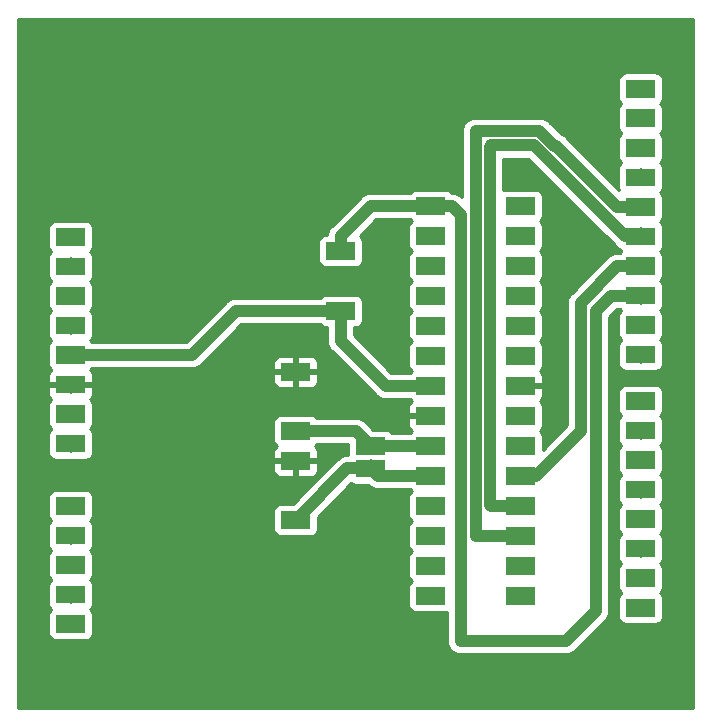
<source format=gbl>
G04 #@! TF.GenerationSoftware,KiCad,Pcbnew,(5.1.2)-2*
G04 #@! TF.CreationDate,2019-10-01T15:18:02-10:00*
G04 #@! TF.ProjectId,bootloader_atmega328,626f6f74-6c6f-4616-9465-725f61746d65,rev?*
G04 #@! TF.SameCoordinates,Original*
G04 #@! TF.FileFunction,Copper,L2,Bot*
G04 #@! TF.FilePolarity,Positive*
%FSLAX46Y46*%
G04 Gerber Fmt 4.6, Leading zero omitted, Abs format (unit mm)*
G04 Created by KiCad (PCBNEW (5.1.2)-2) date 2019-10-01 15:18:02*
%MOMM*%
%LPD*%
G04 APERTURE LIST*
%ADD10C,1.500000*%
%ADD11C,0.100000*%
%ADD12C,1.000000*%
%ADD13C,0.254000*%
G04 APERTURE END LIST*
D10*
X109220000Y-91520000D03*
D11*
G36*
X107970000Y-90770000D02*
G01*
X110470000Y-90770000D01*
X110470000Y-92270000D01*
X107970000Y-92270000D01*
X107970000Y-90770000D01*
X107970000Y-90770000D01*
G37*
D10*
X109220000Y-96520000D03*
D11*
G36*
X107970000Y-95770000D02*
G01*
X110470000Y-95770000D01*
X110470000Y-97270000D01*
X107970000Y-97270000D01*
X107970000Y-95770000D01*
X107970000Y-95770000D01*
G37*
D10*
X109220000Y-104060000D03*
D11*
G36*
X107970000Y-103310000D02*
G01*
X110470000Y-103310000D01*
X110470000Y-104810000D01*
X107970000Y-104810000D01*
X107970000Y-103310000D01*
X107970000Y-103310000D01*
G37*
D10*
X109220000Y-99060000D03*
D11*
G36*
X107970000Y-98310000D02*
G01*
X110470000Y-98310000D01*
X110470000Y-99810000D01*
X107970000Y-99810000D01*
X107970000Y-98310000D01*
X107970000Y-98310000D01*
G37*
D10*
X90170000Y-80090000D03*
D11*
G36*
X88920000Y-79340000D02*
G01*
X91420000Y-79340000D01*
X91420000Y-80840000D01*
X88920000Y-80840000D01*
X88920000Y-79340000D01*
X88920000Y-79340000D01*
G37*
D10*
X90170000Y-82590000D03*
D11*
G36*
X88920000Y-81840000D02*
G01*
X91420000Y-81840000D01*
X91420000Y-83340000D01*
X88920000Y-83340000D01*
X88920000Y-81840000D01*
X88920000Y-81840000D01*
G37*
D10*
X90170000Y-85090000D03*
D11*
G36*
X88920000Y-84340000D02*
G01*
X91420000Y-84340000D01*
X91420000Y-85840000D01*
X88920000Y-85840000D01*
X88920000Y-84340000D01*
X88920000Y-84340000D01*
G37*
D10*
X90170000Y-87590000D03*
D11*
G36*
X88920000Y-86840000D02*
G01*
X91420000Y-86840000D01*
X91420000Y-88340000D01*
X88920000Y-88340000D01*
X88920000Y-86840000D01*
X88920000Y-86840000D01*
G37*
D10*
X90170000Y-90090000D03*
D11*
G36*
X88920000Y-89340000D02*
G01*
X91420000Y-89340000D01*
X91420000Y-90840000D01*
X88920000Y-90840000D01*
X88920000Y-89340000D01*
X88920000Y-89340000D01*
G37*
D10*
X90170000Y-92590000D03*
D11*
G36*
X88920000Y-91840000D02*
G01*
X91420000Y-91840000D01*
X91420000Y-93340000D01*
X88920000Y-93340000D01*
X88920000Y-91840000D01*
X88920000Y-91840000D01*
G37*
D10*
X90170000Y-95090000D03*
D11*
G36*
X88920000Y-94340000D02*
G01*
X91420000Y-94340000D01*
X91420000Y-95840000D01*
X88920000Y-95840000D01*
X88920000Y-94340000D01*
X88920000Y-94340000D01*
G37*
D10*
X90170000Y-97590000D03*
D11*
G36*
X88920000Y-96840000D02*
G01*
X91420000Y-96840000D01*
X91420000Y-98340000D01*
X88920000Y-98340000D01*
X88920000Y-96840000D01*
X88920000Y-96840000D01*
G37*
D10*
X90170000Y-102870000D03*
D11*
G36*
X88920000Y-102120000D02*
G01*
X91420000Y-102120000D01*
X91420000Y-103620000D01*
X88920000Y-103620000D01*
X88920000Y-102120000D01*
X88920000Y-102120000D01*
G37*
D10*
X90170000Y-105370000D03*
D11*
G36*
X88920000Y-104620000D02*
G01*
X91420000Y-104620000D01*
X91420000Y-106120000D01*
X88920000Y-106120000D01*
X88920000Y-104620000D01*
X88920000Y-104620000D01*
G37*
D10*
X90170000Y-107870000D03*
D11*
G36*
X88920000Y-107120000D02*
G01*
X91420000Y-107120000D01*
X91420000Y-108620000D01*
X88920000Y-108620000D01*
X88920000Y-107120000D01*
X88920000Y-107120000D01*
G37*
D10*
X90170000Y-110370000D03*
D11*
G36*
X88920000Y-109620000D02*
G01*
X91420000Y-109620000D01*
X91420000Y-111120000D01*
X88920000Y-111120000D01*
X88920000Y-109620000D01*
X88920000Y-109620000D01*
G37*
D10*
X90170000Y-112870000D03*
D11*
G36*
X88920000Y-112120000D02*
G01*
X91420000Y-112120000D01*
X91420000Y-113620000D01*
X88920000Y-113620000D01*
X88920000Y-112120000D01*
X88920000Y-112120000D01*
G37*
D10*
X138430000Y-90050000D03*
D11*
G36*
X139680000Y-90800000D02*
G01*
X137180000Y-90800000D01*
X137180000Y-89300000D01*
X139680000Y-89300000D01*
X139680000Y-90800000D01*
X139680000Y-90800000D01*
G37*
D10*
X138430000Y-87550000D03*
D11*
G36*
X139680000Y-88300000D02*
G01*
X137180000Y-88300000D01*
X137180000Y-86800000D01*
X139680000Y-86800000D01*
X139680000Y-88300000D01*
X139680000Y-88300000D01*
G37*
D10*
X138430000Y-85050000D03*
D11*
G36*
X139680000Y-85800000D02*
G01*
X137180000Y-85800000D01*
X137180000Y-84300000D01*
X139680000Y-84300000D01*
X139680000Y-85800000D01*
X139680000Y-85800000D01*
G37*
D10*
X138430000Y-82550000D03*
D11*
G36*
X139680000Y-83300000D02*
G01*
X137180000Y-83300000D01*
X137180000Y-81800000D01*
X139680000Y-81800000D01*
X139680000Y-83300000D01*
X139680000Y-83300000D01*
G37*
D10*
X138430000Y-80050000D03*
D11*
G36*
X139680000Y-80800000D02*
G01*
X137180000Y-80800000D01*
X137180000Y-79300000D01*
X139680000Y-79300000D01*
X139680000Y-80800000D01*
X139680000Y-80800000D01*
G37*
D10*
X138430000Y-77550000D03*
D11*
G36*
X139680000Y-78300000D02*
G01*
X137180000Y-78300000D01*
X137180000Y-76800000D01*
X139680000Y-76800000D01*
X139680000Y-78300000D01*
X139680000Y-78300000D01*
G37*
D10*
X138430000Y-75050000D03*
D11*
G36*
X139680000Y-75800000D02*
G01*
X137180000Y-75800000D01*
X137180000Y-74300000D01*
X139680000Y-74300000D01*
X139680000Y-75800000D01*
X139680000Y-75800000D01*
G37*
D10*
X138430000Y-72550000D03*
D11*
G36*
X139680000Y-73300000D02*
G01*
X137180000Y-73300000D01*
X137180000Y-71800000D01*
X139680000Y-71800000D01*
X139680000Y-73300000D01*
X139680000Y-73300000D01*
G37*
D10*
X138430000Y-70050000D03*
D11*
G36*
X139680000Y-70800000D02*
G01*
X137180000Y-70800000D01*
X137180000Y-69300000D01*
X139680000Y-69300000D01*
X139680000Y-70800000D01*
X139680000Y-70800000D01*
G37*
D10*
X138430000Y-67550000D03*
D11*
G36*
X139680000Y-68300000D02*
G01*
X137180000Y-68300000D01*
X137180000Y-66800000D01*
X139680000Y-66800000D01*
X139680000Y-68300000D01*
X139680000Y-68300000D01*
G37*
D10*
X138430000Y-93980000D03*
D11*
G36*
X139680000Y-94730000D02*
G01*
X137180000Y-94730000D01*
X137180000Y-93230000D01*
X139680000Y-93230000D01*
X139680000Y-94730000D01*
X139680000Y-94730000D01*
G37*
D10*
X138430000Y-96480000D03*
D11*
G36*
X139680000Y-97230000D02*
G01*
X137180000Y-97230000D01*
X137180000Y-95730000D01*
X139680000Y-95730000D01*
X139680000Y-97230000D01*
X139680000Y-97230000D01*
G37*
D10*
X138430000Y-98980000D03*
D11*
G36*
X139680000Y-99730000D02*
G01*
X137180000Y-99730000D01*
X137180000Y-98230000D01*
X139680000Y-98230000D01*
X139680000Y-99730000D01*
X139680000Y-99730000D01*
G37*
D10*
X138430000Y-101480000D03*
D11*
G36*
X139680000Y-102230000D02*
G01*
X137180000Y-102230000D01*
X137180000Y-100730000D01*
X139680000Y-100730000D01*
X139680000Y-102230000D01*
X139680000Y-102230000D01*
G37*
D10*
X138430000Y-103980000D03*
D11*
G36*
X139680000Y-104730000D02*
G01*
X137180000Y-104730000D01*
X137180000Y-103230000D01*
X139680000Y-103230000D01*
X139680000Y-104730000D01*
X139680000Y-104730000D01*
G37*
D10*
X138430000Y-106480000D03*
D11*
G36*
X139680000Y-107230000D02*
G01*
X137180000Y-107230000D01*
X137180000Y-105730000D01*
X139680000Y-105730000D01*
X139680000Y-107230000D01*
X139680000Y-107230000D01*
G37*
D10*
X138430000Y-108980000D03*
D11*
G36*
X139680000Y-109730000D02*
G01*
X137180000Y-109730000D01*
X137180000Y-108230000D01*
X139680000Y-108230000D01*
X139680000Y-109730000D01*
X139680000Y-109730000D01*
G37*
D10*
X138430000Y-111480000D03*
D11*
G36*
X139680000Y-112230000D02*
G01*
X137180000Y-112230000D01*
X137180000Y-110730000D01*
X139680000Y-110730000D01*
X139680000Y-112230000D01*
X139680000Y-112230000D01*
G37*
D10*
X113030000Y-81280000D03*
D11*
G36*
X111780000Y-80530000D02*
G01*
X114280000Y-80530000D01*
X114280000Y-82030000D01*
X111780000Y-82030000D01*
X111780000Y-80530000D01*
X111780000Y-80530000D01*
G37*
D10*
X113030000Y-86360000D03*
D11*
G36*
X111780000Y-85610000D02*
G01*
X114280000Y-85610000D01*
X114280000Y-87110000D01*
X111780000Y-87110000D01*
X111780000Y-85610000D01*
X111780000Y-85610000D01*
G37*
D10*
X120650000Y-77470000D03*
D11*
G36*
X119400000Y-78220000D02*
G01*
X119400000Y-76720000D01*
X121900000Y-76720000D01*
X121900000Y-78220000D01*
X119400000Y-78220000D01*
X119400000Y-78220000D01*
G37*
D10*
X128270000Y-110490000D03*
D11*
G36*
X127020000Y-111240000D02*
G01*
X127020000Y-109740000D01*
X129520000Y-109740000D01*
X129520000Y-111240000D01*
X127020000Y-111240000D01*
X127020000Y-111240000D01*
G37*
D10*
X120650000Y-80010000D03*
D11*
G36*
X119400000Y-80760000D02*
G01*
X119400000Y-79260000D01*
X121900000Y-79260000D01*
X121900000Y-80760000D01*
X119400000Y-80760000D01*
X119400000Y-80760000D01*
G37*
D10*
X128270000Y-107950000D03*
D11*
G36*
X127020000Y-108700000D02*
G01*
X127020000Y-107200000D01*
X129520000Y-107200000D01*
X129520000Y-108700000D01*
X127020000Y-108700000D01*
X127020000Y-108700000D01*
G37*
D10*
X120650000Y-82550000D03*
D11*
G36*
X119400000Y-83300000D02*
G01*
X119400000Y-81800000D01*
X121900000Y-81800000D01*
X121900000Y-83300000D01*
X119400000Y-83300000D01*
X119400000Y-83300000D01*
G37*
D10*
X128270000Y-105410000D03*
D11*
G36*
X127020000Y-106160000D02*
G01*
X127020000Y-104660000D01*
X129520000Y-104660000D01*
X129520000Y-106160000D01*
X127020000Y-106160000D01*
X127020000Y-106160000D01*
G37*
D10*
X120650000Y-85090000D03*
D11*
G36*
X119400000Y-85840000D02*
G01*
X119400000Y-84340000D01*
X121900000Y-84340000D01*
X121900000Y-85840000D01*
X119400000Y-85840000D01*
X119400000Y-85840000D01*
G37*
D10*
X128270000Y-102870000D03*
D11*
G36*
X127020000Y-103620000D02*
G01*
X127020000Y-102120000D01*
X129520000Y-102120000D01*
X129520000Y-103620000D01*
X127020000Y-103620000D01*
X127020000Y-103620000D01*
G37*
D10*
X120650000Y-87630000D03*
D11*
G36*
X119400000Y-88380000D02*
G01*
X119400000Y-86880000D01*
X121900000Y-86880000D01*
X121900000Y-88380000D01*
X119400000Y-88380000D01*
X119400000Y-88380000D01*
G37*
D10*
X128270000Y-100330000D03*
D11*
G36*
X127020000Y-101080000D02*
G01*
X127020000Y-99580000D01*
X129520000Y-99580000D01*
X129520000Y-101080000D01*
X127020000Y-101080000D01*
X127020000Y-101080000D01*
G37*
D10*
X120650000Y-90170000D03*
D11*
G36*
X119400000Y-90920000D02*
G01*
X119400000Y-89420000D01*
X121900000Y-89420000D01*
X121900000Y-90920000D01*
X119400000Y-90920000D01*
X119400000Y-90920000D01*
G37*
D10*
X128270000Y-97790000D03*
D11*
G36*
X127020000Y-98540000D02*
G01*
X127020000Y-97040000D01*
X129520000Y-97040000D01*
X129520000Y-98540000D01*
X127020000Y-98540000D01*
X127020000Y-98540000D01*
G37*
D10*
X120650000Y-92710000D03*
D11*
G36*
X119400000Y-93460000D02*
G01*
X119400000Y-91960000D01*
X121900000Y-91960000D01*
X121900000Y-93460000D01*
X119400000Y-93460000D01*
X119400000Y-93460000D01*
G37*
D10*
X128270000Y-95250000D03*
D11*
G36*
X127020000Y-96000000D02*
G01*
X127020000Y-94500000D01*
X129520000Y-94500000D01*
X129520000Y-96000000D01*
X127020000Y-96000000D01*
X127020000Y-96000000D01*
G37*
D10*
X120650000Y-95250000D03*
D11*
G36*
X119400000Y-96000000D02*
G01*
X119400000Y-94500000D01*
X121900000Y-94500000D01*
X121900000Y-96000000D01*
X119400000Y-96000000D01*
X119400000Y-96000000D01*
G37*
D10*
X128270000Y-92710000D03*
D11*
G36*
X127020000Y-93460000D02*
G01*
X127020000Y-91960000D01*
X129520000Y-91960000D01*
X129520000Y-93460000D01*
X127020000Y-93460000D01*
X127020000Y-93460000D01*
G37*
D10*
X120650000Y-97790000D03*
D11*
G36*
X119400000Y-98540000D02*
G01*
X119400000Y-97040000D01*
X121900000Y-97040000D01*
X121900000Y-98540000D01*
X119400000Y-98540000D01*
X119400000Y-98540000D01*
G37*
D10*
X128270000Y-90170000D03*
D11*
G36*
X127020000Y-90920000D02*
G01*
X127020000Y-89420000D01*
X129520000Y-89420000D01*
X129520000Y-90920000D01*
X127020000Y-90920000D01*
X127020000Y-90920000D01*
G37*
D10*
X120650000Y-100330000D03*
D11*
G36*
X119400000Y-101080000D02*
G01*
X119400000Y-99580000D01*
X121900000Y-99580000D01*
X121900000Y-101080000D01*
X119400000Y-101080000D01*
X119400000Y-101080000D01*
G37*
D10*
X128270000Y-87630000D03*
D11*
G36*
X127020000Y-88380000D02*
G01*
X127020000Y-86880000D01*
X129520000Y-86880000D01*
X129520000Y-88380000D01*
X127020000Y-88380000D01*
X127020000Y-88380000D01*
G37*
D10*
X120650000Y-102870000D03*
D11*
G36*
X119400000Y-103620000D02*
G01*
X119400000Y-102120000D01*
X121900000Y-102120000D01*
X121900000Y-103620000D01*
X119400000Y-103620000D01*
X119400000Y-103620000D01*
G37*
D10*
X128270000Y-85090000D03*
D11*
G36*
X127020000Y-85840000D02*
G01*
X127020000Y-84340000D01*
X129520000Y-84340000D01*
X129520000Y-85840000D01*
X127020000Y-85840000D01*
X127020000Y-85840000D01*
G37*
D10*
X120650000Y-105410000D03*
D11*
G36*
X119400000Y-106160000D02*
G01*
X119400000Y-104660000D01*
X121900000Y-104660000D01*
X121900000Y-106160000D01*
X119400000Y-106160000D01*
X119400000Y-106160000D01*
G37*
D10*
X128270000Y-82550000D03*
D11*
G36*
X127020000Y-83300000D02*
G01*
X127020000Y-81800000D01*
X129520000Y-81800000D01*
X129520000Y-83300000D01*
X127020000Y-83300000D01*
X127020000Y-83300000D01*
G37*
D10*
X120650000Y-107950000D03*
D11*
G36*
X119400000Y-108700000D02*
G01*
X119400000Y-107200000D01*
X121900000Y-107200000D01*
X121900000Y-108700000D01*
X119400000Y-108700000D01*
X119400000Y-108700000D01*
G37*
D10*
X128270000Y-80010000D03*
D11*
G36*
X127020000Y-80760000D02*
G01*
X127020000Y-79260000D01*
X129520000Y-79260000D01*
X129520000Y-80760000D01*
X127020000Y-80760000D01*
X127020000Y-80760000D01*
G37*
D10*
X120650000Y-110490000D03*
D11*
G36*
X119400000Y-111240000D02*
G01*
X119400000Y-109740000D01*
X121900000Y-109740000D01*
X121900000Y-111240000D01*
X119400000Y-111240000D01*
X119400000Y-111240000D01*
G37*
D10*
X128270000Y-77470000D03*
D11*
G36*
X127020000Y-78220000D02*
G01*
X127020000Y-76720000D01*
X129520000Y-76720000D01*
X129520000Y-78220000D01*
X127020000Y-78220000D01*
X127020000Y-78220000D01*
G37*
D10*
X115570000Y-97790000D03*
D11*
G36*
X114320000Y-97040000D02*
G01*
X116820000Y-97040000D01*
X116820000Y-98540000D01*
X114320000Y-98540000D01*
X114320000Y-97040000D01*
X114320000Y-97040000D01*
G37*
D10*
X115570000Y-99690000D03*
D11*
G36*
X114320000Y-98940000D02*
G01*
X116820000Y-98940000D01*
X116820000Y-100440000D01*
X114320000Y-100440000D01*
X114320000Y-98940000D01*
X114320000Y-98940000D01*
G37*
D12*
X120650000Y-97790000D02*
X115570000Y-97790000D01*
X114300000Y-96520000D02*
X115570000Y-97790000D01*
X109220000Y-96520000D02*
X114300000Y-96520000D01*
X116210000Y-100330000D02*
X115570000Y-99690000D01*
X120650000Y-100330000D02*
X116210000Y-100330000D01*
X113590000Y-99690000D02*
X109220000Y-104060000D01*
X115570000Y-99690000D02*
X113590000Y-99690000D01*
X113030000Y-86360000D02*
X113030000Y-88900000D01*
X116840000Y-92710000D02*
X120650000Y-92710000D01*
X113030000Y-88900000D02*
X116840000Y-92710000D01*
X113030000Y-86360000D02*
X104140000Y-86360000D01*
X100410000Y-90090000D02*
X90170000Y-90090000D01*
X104140000Y-86360000D02*
X100410000Y-90090000D01*
X115570000Y-77470000D02*
X113030000Y-80010000D01*
X120650000Y-77470000D02*
X115570000Y-77470000D01*
X113030000Y-80010000D02*
X113030000Y-81280000D01*
X138430000Y-85050000D02*
X138305000Y-85050000D01*
X135930000Y-85050000D02*
X138430000Y-85050000D01*
X122450000Y-77470000D02*
X123190000Y-78210000D01*
X120650000Y-77470000D02*
X122450000Y-77470000D01*
X134620000Y-86360000D02*
X135930000Y-85050000D01*
X123190000Y-78210000D02*
X123190000Y-114300000D01*
X123190000Y-114300000D02*
X132080000Y-114300000D01*
X132080000Y-114300000D02*
X134620000Y-111760000D01*
X134620000Y-111760000D02*
X134620000Y-86360000D01*
X136455000Y-82550000D02*
X133350000Y-85655000D01*
X138430000Y-82550000D02*
X136455000Y-82550000D01*
X133350000Y-85655000D02*
X133350000Y-96520000D01*
X129540000Y-100330000D02*
X128270000Y-100330000D01*
X133350000Y-96520000D02*
X129540000Y-100330000D01*
X125730000Y-102870000D02*
X128270000Y-102870000D01*
X137092928Y-80050000D02*
X129362938Y-72320010D01*
X138430000Y-80050000D02*
X137092928Y-80050000D01*
X129362938Y-72320010D02*
X125799990Y-72320010D01*
X125799990Y-72320010D02*
X125660010Y-72459990D01*
X125660010Y-72459990D02*
X125660010Y-102800010D01*
X125660010Y-102800010D02*
X125730000Y-102870000D01*
X124460000Y-105410000D02*
X128270000Y-105410000D01*
X136455000Y-77550000D02*
X131295000Y-72390000D01*
X131295000Y-72390000D02*
X131129998Y-72390000D01*
X131129998Y-72390000D02*
X129859998Y-71120000D01*
X138430000Y-77550000D02*
X136455000Y-77550000D01*
X129859998Y-71120000D02*
X124460000Y-71120000D01*
X124460000Y-71120000D02*
X124460000Y-105410000D01*
D13*
G36*
X142850000Y-119990000D02*
G01*
X85750000Y-119990000D01*
X85750000Y-102120000D01*
X88281928Y-102120000D01*
X88281928Y-103620000D01*
X88294188Y-103744482D01*
X88330498Y-103864180D01*
X88389463Y-103974494D01*
X88468815Y-104071185D01*
X88528296Y-104120000D01*
X88468815Y-104168815D01*
X88389463Y-104265506D01*
X88330498Y-104375820D01*
X88294188Y-104495518D01*
X88281928Y-104620000D01*
X88281928Y-106120000D01*
X88294188Y-106244482D01*
X88330498Y-106364180D01*
X88389463Y-106474494D01*
X88468815Y-106571185D01*
X88528296Y-106620000D01*
X88468815Y-106668815D01*
X88389463Y-106765506D01*
X88330498Y-106875820D01*
X88294188Y-106995518D01*
X88281928Y-107120000D01*
X88281928Y-108620000D01*
X88294188Y-108744482D01*
X88330498Y-108864180D01*
X88389463Y-108974494D01*
X88468815Y-109071185D01*
X88528296Y-109120000D01*
X88468815Y-109168815D01*
X88389463Y-109265506D01*
X88330498Y-109375820D01*
X88294188Y-109495518D01*
X88281928Y-109620000D01*
X88281928Y-111120000D01*
X88294188Y-111244482D01*
X88330498Y-111364180D01*
X88389463Y-111474494D01*
X88468815Y-111571185D01*
X88528296Y-111620000D01*
X88468815Y-111668815D01*
X88389463Y-111765506D01*
X88330498Y-111875820D01*
X88294188Y-111995518D01*
X88281928Y-112120000D01*
X88281928Y-113620000D01*
X88294188Y-113744482D01*
X88330498Y-113864180D01*
X88389463Y-113974494D01*
X88468815Y-114071185D01*
X88565506Y-114150537D01*
X88675820Y-114209502D01*
X88795518Y-114245812D01*
X88920000Y-114258072D01*
X91420000Y-114258072D01*
X91544482Y-114245812D01*
X91664180Y-114209502D01*
X91774494Y-114150537D01*
X91871185Y-114071185D01*
X91950537Y-113974494D01*
X92009502Y-113864180D01*
X92045812Y-113744482D01*
X92058072Y-113620000D01*
X92058072Y-112120000D01*
X92045812Y-111995518D01*
X92009502Y-111875820D01*
X91950537Y-111765506D01*
X91871185Y-111668815D01*
X91811704Y-111620000D01*
X91871185Y-111571185D01*
X91950537Y-111474494D01*
X92009502Y-111364180D01*
X92045812Y-111244482D01*
X92058072Y-111120000D01*
X92058072Y-109620000D01*
X92045812Y-109495518D01*
X92009502Y-109375820D01*
X91950537Y-109265506D01*
X91871185Y-109168815D01*
X91811704Y-109120000D01*
X91871185Y-109071185D01*
X91950537Y-108974494D01*
X92009502Y-108864180D01*
X92045812Y-108744482D01*
X92058072Y-108620000D01*
X92058072Y-107120000D01*
X92045812Y-106995518D01*
X92009502Y-106875820D01*
X91950537Y-106765506D01*
X91871185Y-106668815D01*
X91811704Y-106620000D01*
X91871185Y-106571185D01*
X91950537Y-106474494D01*
X92009502Y-106364180D01*
X92045812Y-106244482D01*
X92058072Y-106120000D01*
X92058072Y-104620000D01*
X92045812Y-104495518D01*
X92009502Y-104375820D01*
X91950537Y-104265506D01*
X91871185Y-104168815D01*
X91811704Y-104120000D01*
X91871185Y-104071185D01*
X91950537Y-103974494D01*
X92009502Y-103864180D01*
X92045812Y-103744482D01*
X92058072Y-103620000D01*
X92058072Y-102120000D01*
X92045812Y-101995518D01*
X92009502Y-101875820D01*
X91950537Y-101765506D01*
X91871185Y-101668815D01*
X91774494Y-101589463D01*
X91664180Y-101530498D01*
X91544482Y-101494188D01*
X91420000Y-101481928D01*
X88920000Y-101481928D01*
X88795518Y-101494188D01*
X88675820Y-101530498D01*
X88565506Y-101589463D01*
X88468815Y-101668815D01*
X88389463Y-101765506D01*
X88330498Y-101875820D01*
X88294188Y-101995518D01*
X88281928Y-102120000D01*
X85750000Y-102120000D01*
X85750000Y-99187000D01*
X107331928Y-99187000D01*
X107331928Y-99810000D01*
X107344188Y-99934482D01*
X107380498Y-100054180D01*
X107439463Y-100164494D01*
X107518815Y-100261185D01*
X107615506Y-100340537D01*
X107725820Y-100399502D01*
X107845518Y-100435812D01*
X107970000Y-100448072D01*
X109093000Y-100448072D01*
X109093000Y-99187000D01*
X109347000Y-99187000D01*
X109347000Y-100448072D01*
X110470000Y-100448072D01*
X110594482Y-100435812D01*
X110714180Y-100399502D01*
X110824494Y-100340537D01*
X110921185Y-100261185D01*
X111000537Y-100164494D01*
X111059502Y-100054180D01*
X111095812Y-99934482D01*
X111108072Y-99810000D01*
X111108072Y-99187000D01*
X109347000Y-99187000D01*
X109093000Y-99187000D01*
X107331928Y-99187000D01*
X85750000Y-99187000D01*
X85750000Y-92717000D01*
X88281928Y-92717000D01*
X88281928Y-93340000D01*
X88294188Y-93464482D01*
X88330498Y-93584180D01*
X88389463Y-93694494D01*
X88468815Y-93791185D01*
X88528296Y-93840000D01*
X88468815Y-93888815D01*
X88389463Y-93985506D01*
X88330498Y-94095820D01*
X88294188Y-94215518D01*
X88281928Y-94340000D01*
X88281928Y-95840000D01*
X88294188Y-95964482D01*
X88330498Y-96084180D01*
X88389463Y-96194494D01*
X88468815Y-96291185D01*
X88528296Y-96340000D01*
X88468815Y-96388815D01*
X88389463Y-96485506D01*
X88330498Y-96595820D01*
X88294188Y-96715518D01*
X88281928Y-96840000D01*
X88281928Y-98340000D01*
X88294188Y-98464482D01*
X88330498Y-98584180D01*
X88389463Y-98694494D01*
X88468815Y-98791185D01*
X88565506Y-98870537D01*
X88675820Y-98929502D01*
X88795518Y-98965812D01*
X88920000Y-98978072D01*
X91420000Y-98978072D01*
X91544482Y-98965812D01*
X91664180Y-98929502D01*
X91774494Y-98870537D01*
X91871185Y-98791185D01*
X91950537Y-98694494D01*
X92009502Y-98584180D01*
X92045812Y-98464482D01*
X92058072Y-98340000D01*
X92058072Y-96840000D01*
X92045812Y-96715518D01*
X92009502Y-96595820D01*
X91950537Y-96485506D01*
X91871185Y-96388815D01*
X91811704Y-96340000D01*
X91871185Y-96291185D01*
X91950537Y-96194494D01*
X92009502Y-96084180D01*
X92045812Y-95964482D01*
X92058072Y-95840000D01*
X92058072Y-94340000D01*
X92045812Y-94215518D01*
X92009502Y-94095820D01*
X91950537Y-93985506D01*
X91871185Y-93888815D01*
X91811704Y-93840000D01*
X91871185Y-93791185D01*
X91950537Y-93694494D01*
X92009502Y-93584180D01*
X92045812Y-93464482D01*
X92058072Y-93340000D01*
X92058072Y-92717000D01*
X90297000Y-92717000D01*
X90297000Y-92737000D01*
X90043000Y-92737000D01*
X90043000Y-92717000D01*
X88281928Y-92717000D01*
X85750000Y-92717000D01*
X85750000Y-79340000D01*
X88281928Y-79340000D01*
X88281928Y-80840000D01*
X88294188Y-80964482D01*
X88330498Y-81084180D01*
X88389463Y-81194494D01*
X88468815Y-81291185D01*
X88528296Y-81340000D01*
X88468815Y-81388815D01*
X88389463Y-81485506D01*
X88330498Y-81595820D01*
X88294188Y-81715518D01*
X88281928Y-81840000D01*
X88281928Y-83340000D01*
X88294188Y-83464482D01*
X88330498Y-83584180D01*
X88389463Y-83694494D01*
X88468815Y-83791185D01*
X88528296Y-83840000D01*
X88468815Y-83888815D01*
X88389463Y-83985506D01*
X88330498Y-84095820D01*
X88294188Y-84215518D01*
X88281928Y-84340000D01*
X88281928Y-85840000D01*
X88294188Y-85964482D01*
X88330498Y-86084180D01*
X88389463Y-86194494D01*
X88468815Y-86291185D01*
X88528296Y-86340000D01*
X88468815Y-86388815D01*
X88389463Y-86485506D01*
X88330498Y-86595820D01*
X88294188Y-86715518D01*
X88281928Y-86840000D01*
X88281928Y-88340000D01*
X88294188Y-88464482D01*
X88330498Y-88584180D01*
X88389463Y-88694494D01*
X88468815Y-88791185D01*
X88528296Y-88840000D01*
X88468815Y-88888815D01*
X88389463Y-88985506D01*
X88330498Y-89095820D01*
X88294188Y-89215518D01*
X88281928Y-89340000D01*
X88281928Y-90840000D01*
X88294188Y-90964482D01*
X88330498Y-91084180D01*
X88389463Y-91194494D01*
X88468815Y-91291185D01*
X88528296Y-91340000D01*
X88468815Y-91388815D01*
X88389463Y-91485506D01*
X88330498Y-91595820D01*
X88294188Y-91715518D01*
X88281928Y-91840000D01*
X88281928Y-92463000D01*
X90043000Y-92463000D01*
X90043000Y-92443000D01*
X90297000Y-92443000D01*
X90297000Y-92463000D01*
X92058072Y-92463000D01*
X92058072Y-91840000D01*
X92045812Y-91715518D01*
X92025028Y-91647000D01*
X107331928Y-91647000D01*
X107331928Y-92270000D01*
X107344188Y-92394482D01*
X107380498Y-92514180D01*
X107439463Y-92624494D01*
X107518815Y-92721185D01*
X107615506Y-92800537D01*
X107725820Y-92859502D01*
X107845518Y-92895812D01*
X107970000Y-92908072D01*
X109093000Y-92908072D01*
X109093000Y-91647000D01*
X109347000Y-91647000D01*
X109347000Y-92908072D01*
X110470000Y-92908072D01*
X110594482Y-92895812D01*
X110714180Y-92859502D01*
X110824494Y-92800537D01*
X110921185Y-92721185D01*
X111000537Y-92624494D01*
X111059502Y-92514180D01*
X111095812Y-92394482D01*
X111108072Y-92270000D01*
X111108072Y-91647000D01*
X109347000Y-91647000D01*
X109093000Y-91647000D01*
X107331928Y-91647000D01*
X92025028Y-91647000D01*
X92009502Y-91595820D01*
X91950537Y-91485506D01*
X91871185Y-91388815D01*
X91811704Y-91340000D01*
X91871185Y-91291185D01*
X91925501Y-91225000D01*
X100354249Y-91225000D01*
X100410000Y-91230491D01*
X100465751Y-91225000D01*
X100465752Y-91225000D01*
X100632499Y-91208577D01*
X100846447Y-91143676D01*
X101043623Y-91038284D01*
X101216449Y-90896449D01*
X101251996Y-90853135D01*
X101335131Y-90770000D01*
X107331928Y-90770000D01*
X107331928Y-91393000D01*
X109093000Y-91393000D01*
X109093000Y-90131928D01*
X109347000Y-90131928D01*
X109347000Y-91393000D01*
X111108072Y-91393000D01*
X111108072Y-90770000D01*
X111095812Y-90645518D01*
X111059502Y-90525820D01*
X111000537Y-90415506D01*
X110921185Y-90318815D01*
X110824494Y-90239463D01*
X110714180Y-90180498D01*
X110594482Y-90144188D01*
X110470000Y-90131928D01*
X109347000Y-90131928D01*
X109093000Y-90131928D01*
X107970000Y-90131928D01*
X107845518Y-90144188D01*
X107725820Y-90180498D01*
X107615506Y-90239463D01*
X107518815Y-90318815D01*
X107439463Y-90415506D01*
X107380498Y-90525820D01*
X107344188Y-90645518D01*
X107331928Y-90770000D01*
X101335131Y-90770000D01*
X104610133Y-87495000D01*
X111274499Y-87495000D01*
X111328815Y-87561185D01*
X111425506Y-87640537D01*
X111535820Y-87699502D01*
X111655518Y-87735812D01*
X111780000Y-87748072D01*
X111895001Y-87748072D01*
X111895001Y-88844239D01*
X111889509Y-88900000D01*
X111911423Y-89122498D01*
X111976324Y-89336446D01*
X111976325Y-89336447D01*
X112081717Y-89533623D01*
X112223552Y-89706449D01*
X112266860Y-89741991D01*
X115998013Y-93473146D01*
X116033551Y-93516449D01*
X116076854Y-93551987D01*
X116076856Y-93551989D01*
X116206377Y-93658284D01*
X116403553Y-93763676D01*
X116617501Y-93828577D01*
X116840000Y-93850491D01*
X116895752Y-93845000D01*
X118894499Y-93845000D01*
X118948815Y-93911185D01*
X119032667Y-93980000D01*
X118948815Y-94048815D01*
X118869463Y-94145506D01*
X118810498Y-94255820D01*
X118774188Y-94375518D01*
X118761928Y-94500000D01*
X118761928Y-95123000D01*
X120523000Y-95123000D01*
X120523000Y-95103000D01*
X120777000Y-95103000D01*
X120777000Y-95123000D01*
X120797000Y-95123000D01*
X120797000Y-95377000D01*
X120777000Y-95377000D01*
X120777000Y-95397000D01*
X120523000Y-95397000D01*
X120523000Y-95377000D01*
X118761928Y-95377000D01*
X118761928Y-96000000D01*
X118774188Y-96124482D01*
X118810498Y-96244180D01*
X118869463Y-96354494D01*
X118948815Y-96451185D01*
X119032667Y-96520000D01*
X118948815Y-96588815D01*
X118894499Y-96655000D01*
X117325501Y-96655000D01*
X117271185Y-96588815D01*
X117174494Y-96509463D01*
X117064180Y-96450498D01*
X116944482Y-96414188D01*
X116820000Y-96401928D01*
X115787060Y-96401928D01*
X115141996Y-95756865D01*
X115106449Y-95713551D01*
X114933623Y-95571716D01*
X114736447Y-95466324D01*
X114522499Y-95401423D01*
X114355752Y-95385000D01*
X114355751Y-95385000D01*
X114300000Y-95379509D01*
X114244249Y-95385000D01*
X110975501Y-95385000D01*
X110921185Y-95318815D01*
X110824494Y-95239463D01*
X110714180Y-95180498D01*
X110594482Y-95144188D01*
X110470000Y-95131928D01*
X107970000Y-95131928D01*
X107845518Y-95144188D01*
X107725820Y-95180498D01*
X107615506Y-95239463D01*
X107518815Y-95318815D01*
X107439463Y-95415506D01*
X107380498Y-95525820D01*
X107344188Y-95645518D01*
X107331928Y-95770000D01*
X107331928Y-97270000D01*
X107344188Y-97394482D01*
X107380498Y-97514180D01*
X107439463Y-97624494D01*
X107518815Y-97721185D01*
X107602667Y-97790000D01*
X107518815Y-97858815D01*
X107439463Y-97955506D01*
X107380498Y-98065820D01*
X107344188Y-98185518D01*
X107331928Y-98310000D01*
X107331928Y-98933000D01*
X109093000Y-98933000D01*
X109093000Y-98913000D01*
X109347000Y-98913000D01*
X109347000Y-98933000D01*
X111108072Y-98933000D01*
X111108072Y-98310000D01*
X111095812Y-98185518D01*
X111059502Y-98065820D01*
X111000537Y-97955506D01*
X110921185Y-97858815D01*
X110837333Y-97790000D01*
X110921185Y-97721185D01*
X110975501Y-97655000D01*
X113681928Y-97655000D01*
X113681928Y-98540000D01*
X113683405Y-98555000D01*
X113645741Y-98555000D01*
X113589999Y-98549510D01*
X113534257Y-98555000D01*
X113534248Y-98555000D01*
X113367501Y-98571423D01*
X113153553Y-98636324D01*
X112956377Y-98741716D01*
X112783551Y-98883551D01*
X112748009Y-98926859D01*
X109002941Y-102671928D01*
X107970000Y-102671928D01*
X107845518Y-102684188D01*
X107725820Y-102720498D01*
X107615506Y-102779463D01*
X107518815Y-102858815D01*
X107439463Y-102955506D01*
X107380498Y-103065820D01*
X107344188Y-103185518D01*
X107331928Y-103310000D01*
X107331928Y-104810000D01*
X107344188Y-104934482D01*
X107380498Y-105054180D01*
X107439463Y-105164494D01*
X107518815Y-105261185D01*
X107615506Y-105340537D01*
X107725820Y-105399502D01*
X107845518Y-105435812D01*
X107970000Y-105448072D01*
X110470000Y-105448072D01*
X110594482Y-105435812D01*
X110714180Y-105399502D01*
X110824494Y-105340537D01*
X110921185Y-105261185D01*
X111000537Y-105164494D01*
X111059502Y-105054180D01*
X111095812Y-104934482D01*
X111108072Y-104810000D01*
X111108072Y-103777059D01*
X113937543Y-100947589D01*
X113965506Y-100970537D01*
X114075820Y-101029502D01*
X114195518Y-101065812D01*
X114320000Y-101078072D01*
X115352940Y-101078072D01*
X115368008Y-101093140D01*
X115403551Y-101136449D01*
X115576376Y-101278283D01*
X115576377Y-101278284D01*
X115773553Y-101383676D01*
X115987501Y-101448577D01*
X116210000Y-101470491D01*
X116265752Y-101465000D01*
X118894499Y-101465000D01*
X118948815Y-101531185D01*
X119032667Y-101600000D01*
X118948815Y-101668815D01*
X118869463Y-101765506D01*
X118810498Y-101875820D01*
X118774188Y-101995518D01*
X118761928Y-102120000D01*
X118761928Y-103620000D01*
X118774188Y-103744482D01*
X118810498Y-103864180D01*
X118869463Y-103974494D01*
X118948815Y-104071185D01*
X119032667Y-104140000D01*
X118948815Y-104208815D01*
X118869463Y-104305506D01*
X118810498Y-104415820D01*
X118774188Y-104535518D01*
X118761928Y-104660000D01*
X118761928Y-106160000D01*
X118774188Y-106284482D01*
X118810498Y-106404180D01*
X118869463Y-106514494D01*
X118948815Y-106611185D01*
X119032667Y-106680000D01*
X118948815Y-106748815D01*
X118869463Y-106845506D01*
X118810498Y-106955820D01*
X118774188Y-107075518D01*
X118761928Y-107200000D01*
X118761928Y-108700000D01*
X118774188Y-108824482D01*
X118810498Y-108944180D01*
X118869463Y-109054494D01*
X118948815Y-109151185D01*
X119032667Y-109220000D01*
X118948815Y-109288815D01*
X118869463Y-109385506D01*
X118810498Y-109495820D01*
X118774188Y-109615518D01*
X118761928Y-109740000D01*
X118761928Y-111240000D01*
X118774188Y-111364482D01*
X118810498Y-111484180D01*
X118869463Y-111594494D01*
X118948815Y-111691185D01*
X119045506Y-111770537D01*
X119155820Y-111829502D01*
X119275518Y-111865812D01*
X119400000Y-111878072D01*
X121900000Y-111878072D01*
X122024482Y-111865812D01*
X122055001Y-111856554D01*
X122055001Y-114244238D01*
X122049509Y-114300000D01*
X122071423Y-114522499D01*
X122136324Y-114736447D01*
X122241716Y-114933623D01*
X122383551Y-115106449D01*
X122556377Y-115248284D01*
X122753553Y-115353676D01*
X122967501Y-115418577D01*
X123134248Y-115435000D01*
X123134249Y-115435000D01*
X123190000Y-115440491D01*
X123245752Y-115435000D01*
X132024249Y-115435000D01*
X132080000Y-115440491D01*
X132135751Y-115435000D01*
X132135752Y-115435000D01*
X132302499Y-115418577D01*
X132516447Y-115353676D01*
X132713623Y-115248284D01*
X132886449Y-115106449D01*
X132921996Y-115063135D01*
X135383141Y-112601991D01*
X135426449Y-112566449D01*
X135568284Y-112393623D01*
X135673676Y-112196447D01*
X135738577Y-111982499D01*
X135755000Y-111815752D01*
X135755000Y-111815743D01*
X135760490Y-111760001D01*
X135755000Y-111704259D01*
X135755000Y-93230000D01*
X136541928Y-93230000D01*
X136541928Y-94730000D01*
X136554188Y-94854482D01*
X136590498Y-94974180D01*
X136649463Y-95084494D01*
X136728815Y-95181185D01*
X136788296Y-95230000D01*
X136728815Y-95278815D01*
X136649463Y-95375506D01*
X136590498Y-95485820D01*
X136554188Y-95605518D01*
X136541928Y-95730000D01*
X136541928Y-97230000D01*
X136554188Y-97354482D01*
X136590498Y-97474180D01*
X136649463Y-97584494D01*
X136728815Y-97681185D01*
X136788296Y-97730000D01*
X136728815Y-97778815D01*
X136649463Y-97875506D01*
X136590498Y-97985820D01*
X136554188Y-98105518D01*
X136541928Y-98230000D01*
X136541928Y-99730000D01*
X136554188Y-99854482D01*
X136590498Y-99974180D01*
X136649463Y-100084494D01*
X136728815Y-100181185D01*
X136788296Y-100230000D01*
X136728815Y-100278815D01*
X136649463Y-100375506D01*
X136590498Y-100485820D01*
X136554188Y-100605518D01*
X136541928Y-100730000D01*
X136541928Y-102230000D01*
X136554188Y-102354482D01*
X136590498Y-102474180D01*
X136649463Y-102584494D01*
X136728815Y-102681185D01*
X136788296Y-102730000D01*
X136728815Y-102778815D01*
X136649463Y-102875506D01*
X136590498Y-102985820D01*
X136554188Y-103105518D01*
X136541928Y-103230000D01*
X136541928Y-104730000D01*
X136554188Y-104854482D01*
X136590498Y-104974180D01*
X136649463Y-105084494D01*
X136728815Y-105181185D01*
X136788296Y-105230000D01*
X136728815Y-105278815D01*
X136649463Y-105375506D01*
X136590498Y-105485820D01*
X136554188Y-105605518D01*
X136541928Y-105730000D01*
X136541928Y-107230000D01*
X136554188Y-107354482D01*
X136590498Y-107474180D01*
X136649463Y-107584494D01*
X136728815Y-107681185D01*
X136788296Y-107730000D01*
X136728815Y-107778815D01*
X136649463Y-107875506D01*
X136590498Y-107985820D01*
X136554188Y-108105518D01*
X136541928Y-108230000D01*
X136541928Y-109730000D01*
X136554188Y-109854482D01*
X136590498Y-109974180D01*
X136649463Y-110084494D01*
X136728815Y-110181185D01*
X136788296Y-110230000D01*
X136728815Y-110278815D01*
X136649463Y-110375506D01*
X136590498Y-110485820D01*
X136554188Y-110605518D01*
X136541928Y-110730000D01*
X136541928Y-112230000D01*
X136554188Y-112354482D01*
X136590498Y-112474180D01*
X136649463Y-112584494D01*
X136728815Y-112681185D01*
X136825506Y-112760537D01*
X136935820Y-112819502D01*
X137055518Y-112855812D01*
X137180000Y-112868072D01*
X139680000Y-112868072D01*
X139804482Y-112855812D01*
X139924180Y-112819502D01*
X140034494Y-112760537D01*
X140131185Y-112681185D01*
X140210537Y-112584494D01*
X140269502Y-112474180D01*
X140305812Y-112354482D01*
X140318072Y-112230000D01*
X140318072Y-110730000D01*
X140305812Y-110605518D01*
X140269502Y-110485820D01*
X140210537Y-110375506D01*
X140131185Y-110278815D01*
X140071704Y-110230000D01*
X140131185Y-110181185D01*
X140210537Y-110084494D01*
X140269502Y-109974180D01*
X140305812Y-109854482D01*
X140318072Y-109730000D01*
X140318072Y-108230000D01*
X140305812Y-108105518D01*
X140269502Y-107985820D01*
X140210537Y-107875506D01*
X140131185Y-107778815D01*
X140071704Y-107730000D01*
X140131185Y-107681185D01*
X140210537Y-107584494D01*
X140269502Y-107474180D01*
X140305812Y-107354482D01*
X140318072Y-107230000D01*
X140318072Y-105730000D01*
X140305812Y-105605518D01*
X140269502Y-105485820D01*
X140210537Y-105375506D01*
X140131185Y-105278815D01*
X140071704Y-105230000D01*
X140131185Y-105181185D01*
X140210537Y-105084494D01*
X140269502Y-104974180D01*
X140305812Y-104854482D01*
X140318072Y-104730000D01*
X140318072Y-103230000D01*
X140305812Y-103105518D01*
X140269502Y-102985820D01*
X140210537Y-102875506D01*
X140131185Y-102778815D01*
X140071704Y-102730000D01*
X140131185Y-102681185D01*
X140210537Y-102584494D01*
X140269502Y-102474180D01*
X140305812Y-102354482D01*
X140318072Y-102230000D01*
X140318072Y-100730000D01*
X140305812Y-100605518D01*
X140269502Y-100485820D01*
X140210537Y-100375506D01*
X140131185Y-100278815D01*
X140071704Y-100230000D01*
X140131185Y-100181185D01*
X140210537Y-100084494D01*
X140269502Y-99974180D01*
X140305812Y-99854482D01*
X140318072Y-99730000D01*
X140318072Y-98230000D01*
X140305812Y-98105518D01*
X140269502Y-97985820D01*
X140210537Y-97875506D01*
X140131185Y-97778815D01*
X140071704Y-97730000D01*
X140131185Y-97681185D01*
X140210537Y-97584494D01*
X140269502Y-97474180D01*
X140305812Y-97354482D01*
X140318072Y-97230000D01*
X140318072Y-95730000D01*
X140305812Y-95605518D01*
X140269502Y-95485820D01*
X140210537Y-95375506D01*
X140131185Y-95278815D01*
X140071704Y-95230000D01*
X140131185Y-95181185D01*
X140210537Y-95084494D01*
X140269502Y-94974180D01*
X140305812Y-94854482D01*
X140318072Y-94730000D01*
X140318072Y-93230000D01*
X140305812Y-93105518D01*
X140269502Y-92985820D01*
X140210537Y-92875506D01*
X140131185Y-92778815D01*
X140034494Y-92699463D01*
X139924180Y-92640498D01*
X139804482Y-92604188D01*
X139680000Y-92591928D01*
X137180000Y-92591928D01*
X137055518Y-92604188D01*
X136935820Y-92640498D01*
X136825506Y-92699463D01*
X136728815Y-92778815D01*
X136649463Y-92875506D01*
X136590498Y-92985820D01*
X136554188Y-93105518D01*
X136541928Y-93230000D01*
X135755000Y-93230000D01*
X135755000Y-86830131D01*
X136400132Y-86185000D01*
X136674499Y-86185000D01*
X136728815Y-86251185D01*
X136788296Y-86300000D01*
X136728815Y-86348815D01*
X136649463Y-86445506D01*
X136590498Y-86555820D01*
X136554188Y-86675518D01*
X136541928Y-86800000D01*
X136541928Y-88300000D01*
X136554188Y-88424482D01*
X136590498Y-88544180D01*
X136649463Y-88654494D01*
X136728815Y-88751185D01*
X136788296Y-88800000D01*
X136728815Y-88848815D01*
X136649463Y-88945506D01*
X136590498Y-89055820D01*
X136554188Y-89175518D01*
X136541928Y-89300000D01*
X136541928Y-90800000D01*
X136554188Y-90924482D01*
X136590498Y-91044180D01*
X136649463Y-91154494D01*
X136728815Y-91251185D01*
X136825506Y-91330537D01*
X136935820Y-91389502D01*
X137055518Y-91425812D01*
X137180000Y-91438072D01*
X139680000Y-91438072D01*
X139804482Y-91425812D01*
X139924180Y-91389502D01*
X140034494Y-91330537D01*
X140131185Y-91251185D01*
X140210537Y-91154494D01*
X140269502Y-91044180D01*
X140305812Y-90924482D01*
X140318072Y-90800000D01*
X140318072Y-89300000D01*
X140305812Y-89175518D01*
X140269502Y-89055820D01*
X140210537Y-88945506D01*
X140131185Y-88848815D01*
X140071704Y-88800000D01*
X140131185Y-88751185D01*
X140210537Y-88654494D01*
X140269502Y-88544180D01*
X140305812Y-88424482D01*
X140318072Y-88300000D01*
X140318072Y-86800000D01*
X140305812Y-86675518D01*
X140269502Y-86555820D01*
X140210537Y-86445506D01*
X140131185Y-86348815D01*
X140071704Y-86300000D01*
X140131185Y-86251185D01*
X140210537Y-86154494D01*
X140269502Y-86044180D01*
X140305812Y-85924482D01*
X140318072Y-85800000D01*
X140318072Y-84300000D01*
X140305812Y-84175518D01*
X140269502Y-84055820D01*
X140210537Y-83945506D01*
X140131185Y-83848815D01*
X140071704Y-83800000D01*
X140131185Y-83751185D01*
X140210537Y-83654494D01*
X140269502Y-83544180D01*
X140305812Y-83424482D01*
X140318072Y-83300000D01*
X140318072Y-81800000D01*
X140305812Y-81675518D01*
X140269502Y-81555820D01*
X140210537Y-81445506D01*
X140131185Y-81348815D01*
X140071704Y-81300000D01*
X140131185Y-81251185D01*
X140210537Y-81154494D01*
X140269502Y-81044180D01*
X140305812Y-80924482D01*
X140318072Y-80800000D01*
X140318072Y-79300000D01*
X140305812Y-79175518D01*
X140269502Y-79055820D01*
X140210537Y-78945506D01*
X140131185Y-78848815D01*
X140071704Y-78800000D01*
X140131185Y-78751185D01*
X140210537Y-78654494D01*
X140269502Y-78544180D01*
X140305812Y-78424482D01*
X140318072Y-78300000D01*
X140318072Y-76800000D01*
X140305812Y-76675518D01*
X140269502Y-76555820D01*
X140210537Y-76445506D01*
X140131185Y-76348815D01*
X140071704Y-76300000D01*
X140131185Y-76251185D01*
X140210537Y-76154494D01*
X140269502Y-76044180D01*
X140305812Y-75924482D01*
X140318072Y-75800000D01*
X140318072Y-74300000D01*
X140305812Y-74175518D01*
X140269502Y-74055820D01*
X140210537Y-73945506D01*
X140131185Y-73848815D01*
X140071704Y-73800000D01*
X140131185Y-73751185D01*
X140210537Y-73654494D01*
X140269502Y-73544180D01*
X140305812Y-73424482D01*
X140318072Y-73300000D01*
X140318072Y-71800000D01*
X140305812Y-71675518D01*
X140269502Y-71555820D01*
X140210537Y-71445506D01*
X140131185Y-71348815D01*
X140071704Y-71300000D01*
X140131185Y-71251185D01*
X140210537Y-71154494D01*
X140269502Y-71044180D01*
X140305812Y-70924482D01*
X140318072Y-70800000D01*
X140318072Y-69300000D01*
X140305812Y-69175518D01*
X140269502Y-69055820D01*
X140210537Y-68945506D01*
X140131185Y-68848815D01*
X140071704Y-68800000D01*
X140131185Y-68751185D01*
X140210537Y-68654494D01*
X140269502Y-68544180D01*
X140305812Y-68424482D01*
X140318072Y-68300000D01*
X140318072Y-66800000D01*
X140305812Y-66675518D01*
X140269502Y-66555820D01*
X140210537Y-66445506D01*
X140131185Y-66348815D01*
X140034494Y-66269463D01*
X139924180Y-66210498D01*
X139804482Y-66174188D01*
X139680000Y-66161928D01*
X137180000Y-66161928D01*
X137055518Y-66174188D01*
X136935820Y-66210498D01*
X136825506Y-66269463D01*
X136728815Y-66348815D01*
X136649463Y-66445506D01*
X136590498Y-66555820D01*
X136554188Y-66675518D01*
X136541928Y-66800000D01*
X136541928Y-68300000D01*
X136554188Y-68424482D01*
X136590498Y-68544180D01*
X136649463Y-68654494D01*
X136728815Y-68751185D01*
X136788296Y-68800000D01*
X136728815Y-68848815D01*
X136649463Y-68945506D01*
X136590498Y-69055820D01*
X136554188Y-69175518D01*
X136541928Y-69300000D01*
X136541928Y-70800000D01*
X136554188Y-70924482D01*
X136590498Y-71044180D01*
X136649463Y-71154494D01*
X136728815Y-71251185D01*
X136788296Y-71300000D01*
X136728815Y-71348815D01*
X136649463Y-71445506D01*
X136590498Y-71555820D01*
X136554188Y-71675518D01*
X136541928Y-71800000D01*
X136541928Y-73300000D01*
X136554188Y-73424482D01*
X136590498Y-73544180D01*
X136649463Y-73654494D01*
X136728815Y-73751185D01*
X136788296Y-73800000D01*
X136728815Y-73848815D01*
X136649463Y-73945506D01*
X136590498Y-74055820D01*
X136554188Y-74175518D01*
X136541928Y-74300000D01*
X136541928Y-75800000D01*
X136554188Y-75924482D01*
X136590498Y-76044180D01*
X136632051Y-76121919D01*
X132136996Y-71626865D01*
X132101449Y-71583551D01*
X131928623Y-71441716D01*
X131731447Y-71336324D01*
X131659685Y-71314555D01*
X130701994Y-70356865D01*
X130666447Y-70313551D01*
X130493621Y-70171716D01*
X130296445Y-70066324D01*
X130082497Y-70001423D01*
X129915750Y-69985000D01*
X129915749Y-69985000D01*
X129859998Y-69979509D01*
X129804247Y-69985000D01*
X124515751Y-69985000D01*
X124460000Y-69979509D01*
X124404248Y-69985000D01*
X124237501Y-70001423D01*
X124023553Y-70066324D01*
X123826377Y-70171716D01*
X123653551Y-70313551D01*
X123511716Y-70486377D01*
X123406324Y-70683553D01*
X123341423Y-70897501D01*
X123319509Y-71120000D01*
X123325000Y-71175752D01*
X123325000Y-76739869D01*
X123291996Y-76706865D01*
X123256449Y-76663551D01*
X123083623Y-76521716D01*
X122886447Y-76416324D01*
X122672499Y-76351423D01*
X122505752Y-76335000D01*
X122505751Y-76335000D01*
X122450000Y-76329509D01*
X122404660Y-76333975D01*
X122351185Y-76268815D01*
X122254494Y-76189463D01*
X122144180Y-76130498D01*
X122024482Y-76094188D01*
X121900000Y-76081928D01*
X119400000Y-76081928D01*
X119275518Y-76094188D01*
X119155820Y-76130498D01*
X119045506Y-76189463D01*
X118948815Y-76268815D01*
X118894499Y-76335000D01*
X115625741Y-76335000D01*
X115569999Y-76329510D01*
X115514257Y-76335000D01*
X115514248Y-76335000D01*
X115347501Y-76351423D01*
X115133553Y-76416324D01*
X114936377Y-76521716D01*
X114763551Y-76663551D01*
X114728009Y-76706859D01*
X112266865Y-79168004D01*
X112223551Y-79203551D01*
X112081716Y-79376377D01*
X111976325Y-79573553D01*
X111976324Y-79573554D01*
X111911423Y-79787502D01*
X111901138Y-79891928D01*
X111780000Y-79891928D01*
X111655518Y-79904188D01*
X111535820Y-79940498D01*
X111425506Y-79999463D01*
X111328815Y-80078815D01*
X111249463Y-80175506D01*
X111190498Y-80285820D01*
X111154188Y-80405518D01*
X111141928Y-80530000D01*
X111141928Y-82030000D01*
X111154188Y-82154482D01*
X111190498Y-82274180D01*
X111249463Y-82384494D01*
X111328815Y-82481185D01*
X111425506Y-82560537D01*
X111535820Y-82619502D01*
X111655518Y-82655812D01*
X111780000Y-82668072D01*
X114280000Y-82668072D01*
X114404482Y-82655812D01*
X114524180Y-82619502D01*
X114634494Y-82560537D01*
X114731185Y-82481185D01*
X114810537Y-82384494D01*
X114869502Y-82274180D01*
X114905812Y-82154482D01*
X114918072Y-82030000D01*
X114918072Y-80530000D01*
X114905812Y-80405518D01*
X114869502Y-80285820D01*
X114810537Y-80175506D01*
X114731185Y-80078815D01*
X114640631Y-80004500D01*
X116040132Y-78605000D01*
X118894499Y-78605000D01*
X118948815Y-78671185D01*
X119032667Y-78740000D01*
X118948815Y-78808815D01*
X118869463Y-78905506D01*
X118810498Y-79015820D01*
X118774188Y-79135518D01*
X118761928Y-79260000D01*
X118761928Y-80760000D01*
X118774188Y-80884482D01*
X118810498Y-81004180D01*
X118869463Y-81114494D01*
X118948815Y-81211185D01*
X119032667Y-81280000D01*
X118948815Y-81348815D01*
X118869463Y-81445506D01*
X118810498Y-81555820D01*
X118774188Y-81675518D01*
X118761928Y-81800000D01*
X118761928Y-83300000D01*
X118774188Y-83424482D01*
X118810498Y-83544180D01*
X118869463Y-83654494D01*
X118948815Y-83751185D01*
X119032667Y-83820000D01*
X118948815Y-83888815D01*
X118869463Y-83985506D01*
X118810498Y-84095820D01*
X118774188Y-84215518D01*
X118761928Y-84340000D01*
X118761928Y-85840000D01*
X118774188Y-85964482D01*
X118810498Y-86084180D01*
X118869463Y-86194494D01*
X118948815Y-86291185D01*
X119032667Y-86360000D01*
X118948815Y-86428815D01*
X118869463Y-86525506D01*
X118810498Y-86635820D01*
X118774188Y-86755518D01*
X118761928Y-86880000D01*
X118761928Y-88380000D01*
X118774188Y-88504482D01*
X118810498Y-88624180D01*
X118869463Y-88734494D01*
X118948815Y-88831185D01*
X119032667Y-88900000D01*
X118948815Y-88968815D01*
X118869463Y-89065506D01*
X118810498Y-89175820D01*
X118774188Y-89295518D01*
X118761928Y-89420000D01*
X118761928Y-90920000D01*
X118774188Y-91044482D01*
X118810498Y-91164180D01*
X118869463Y-91274494D01*
X118948815Y-91371185D01*
X119032667Y-91440000D01*
X118948815Y-91508815D01*
X118894499Y-91575000D01*
X117310133Y-91575000D01*
X114165000Y-88429869D01*
X114165000Y-87748072D01*
X114280000Y-87748072D01*
X114404482Y-87735812D01*
X114524180Y-87699502D01*
X114634494Y-87640537D01*
X114731185Y-87561185D01*
X114810537Y-87464494D01*
X114869502Y-87354180D01*
X114905812Y-87234482D01*
X114918072Y-87110000D01*
X114918072Y-85610000D01*
X114905812Y-85485518D01*
X114869502Y-85365820D01*
X114810537Y-85255506D01*
X114731185Y-85158815D01*
X114634494Y-85079463D01*
X114524180Y-85020498D01*
X114404482Y-84984188D01*
X114280000Y-84971928D01*
X111780000Y-84971928D01*
X111655518Y-84984188D01*
X111535820Y-85020498D01*
X111425506Y-85079463D01*
X111328815Y-85158815D01*
X111274499Y-85225000D01*
X104195752Y-85225000D01*
X104140000Y-85219509D01*
X103917501Y-85241423D01*
X103703553Y-85306324D01*
X103506377Y-85411716D01*
X103376856Y-85518011D01*
X103376854Y-85518013D01*
X103333551Y-85553551D01*
X103298013Y-85596854D01*
X99939869Y-88955000D01*
X91925501Y-88955000D01*
X91871185Y-88888815D01*
X91811704Y-88840000D01*
X91871185Y-88791185D01*
X91950537Y-88694494D01*
X92009502Y-88584180D01*
X92045812Y-88464482D01*
X92058072Y-88340000D01*
X92058072Y-86840000D01*
X92045812Y-86715518D01*
X92009502Y-86595820D01*
X91950537Y-86485506D01*
X91871185Y-86388815D01*
X91811704Y-86340000D01*
X91871185Y-86291185D01*
X91950537Y-86194494D01*
X92009502Y-86084180D01*
X92045812Y-85964482D01*
X92058072Y-85840000D01*
X92058072Y-84340000D01*
X92045812Y-84215518D01*
X92009502Y-84095820D01*
X91950537Y-83985506D01*
X91871185Y-83888815D01*
X91811704Y-83840000D01*
X91871185Y-83791185D01*
X91950537Y-83694494D01*
X92009502Y-83584180D01*
X92045812Y-83464482D01*
X92058072Y-83340000D01*
X92058072Y-81840000D01*
X92045812Y-81715518D01*
X92009502Y-81595820D01*
X91950537Y-81485506D01*
X91871185Y-81388815D01*
X91811704Y-81340000D01*
X91871185Y-81291185D01*
X91950537Y-81194494D01*
X92009502Y-81084180D01*
X92045812Y-80964482D01*
X92058072Y-80840000D01*
X92058072Y-79340000D01*
X92045812Y-79215518D01*
X92009502Y-79095820D01*
X91950537Y-78985506D01*
X91871185Y-78888815D01*
X91774494Y-78809463D01*
X91664180Y-78750498D01*
X91544482Y-78714188D01*
X91420000Y-78701928D01*
X88920000Y-78701928D01*
X88795518Y-78714188D01*
X88675820Y-78750498D01*
X88565506Y-78809463D01*
X88468815Y-78888815D01*
X88389463Y-78985506D01*
X88330498Y-79095820D01*
X88294188Y-79215518D01*
X88281928Y-79340000D01*
X85750000Y-79340000D01*
X85750000Y-61620000D01*
X142850001Y-61620000D01*
X142850000Y-119990000D01*
X142850000Y-119990000D01*
G37*
X142850000Y-119990000D02*
X85750000Y-119990000D01*
X85750000Y-102120000D01*
X88281928Y-102120000D01*
X88281928Y-103620000D01*
X88294188Y-103744482D01*
X88330498Y-103864180D01*
X88389463Y-103974494D01*
X88468815Y-104071185D01*
X88528296Y-104120000D01*
X88468815Y-104168815D01*
X88389463Y-104265506D01*
X88330498Y-104375820D01*
X88294188Y-104495518D01*
X88281928Y-104620000D01*
X88281928Y-106120000D01*
X88294188Y-106244482D01*
X88330498Y-106364180D01*
X88389463Y-106474494D01*
X88468815Y-106571185D01*
X88528296Y-106620000D01*
X88468815Y-106668815D01*
X88389463Y-106765506D01*
X88330498Y-106875820D01*
X88294188Y-106995518D01*
X88281928Y-107120000D01*
X88281928Y-108620000D01*
X88294188Y-108744482D01*
X88330498Y-108864180D01*
X88389463Y-108974494D01*
X88468815Y-109071185D01*
X88528296Y-109120000D01*
X88468815Y-109168815D01*
X88389463Y-109265506D01*
X88330498Y-109375820D01*
X88294188Y-109495518D01*
X88281928Y-109620000D01*
X88281928Y-111120000D01*
X88294188Y-111244482D01*
X88330498Y-111364180D01*
X88389463Y-111474494D01*
X88468815Y-111571185D01*
X88528296Y-111620000D01*
X88468815Y-111668815D01*
X88389463Y-111765506D01*
X88330498Y-111875820D01*
X88294188Y-111995518D01*
X88281928Y-112120000D01*
X88281928Y-113620000D01*
X88294188Y-113744482D01*
X88330498Y-113864180D01*
X88389463Y-113974494D01*
X88468815Y-114071185D01*
X88565506Y-114150537D01*
X88675820Y-114209502D01*
X88795518Y-114245812D01*
X88920000Y-114258072D01*
X91420000Y-114258072D01*
X91544482Y-114245812D01*
X91664180Y-114209502D01*
X91774494Y-114150537D01*
X91871185Y-114071185D01*
X91950537Y-113974494D01*
X92009502Y-113864180D01*
X92045812Y-113744482D01*
X92058072Y-113620000D01*
X92058072Y-112120000D01*
X92045812Y-111995518D01*
X92009502Y-111875820D01*
X91950537Y-111765506D01*
X91871185Y-111668815D01*
X91811704Y-111620000D01*
X91871185Y-111571185D01*
X91950537Y-111474494D01*
X92009502Y-111364180D01*
X92045812Y-111244482D01*
X92058072Y-111120000D01*
X92058072Y-109620000D01*
X92045812Y-109495518D01*
X92009502Y-109375820D01*
X91950537Y-109265506D01*
X91871185Y-109168815D01*
X91811704Y-109120000D01*
X91871185Y-109071185D01*
X91950537Y-108974494D01*
X92009502Y-108864180D01*
X92045812Y-108744482D01*
X92058072Y-108620000D01*
X92058072Y-107120000D01*
X92045812Y-106995518D01*
X92009502Y-106875820D01*
X91950537Y-106765506D01*
X91871185Y-106668815D01*
X91811704Y-106620000D01*
X91871185Y-106571185D01*
X91950537Y-106474494D01*
X92009502Y-106364180D01*
X92045812Y-106244482D01*
X92058072Y-106120000D01*
X92058072Y-104620000D01*
X92045812Y-104495518D01*
X92009502Y-104375820D01*
X91950537Y-104265506D01*
X91871185Y-104168815D01*
X91811704Y-104120000D01*
X91871185Y-104071185D01*
X91950537Y-103974494D01*
X92009502Y-103864180D01*
X92045812Y-103744482D01*
X92058072Y-103620000D01*
X92058072Y-102120000D01*
X92045812Y-101995518D01*
X92009502Y-101875820D01*
X91950537Y-101765506D01*
X91871185Y-101668815D01*
X91774494Y-101589463D01*
X91664180Y-101530498D01*
X91544482Y-101494188D01*
X91420000Y-101481928D01*
X88920000Y-101481928D01*
X88795518Y-101494188D01*
X88675820Y-101530498D01*
X88565506Y-101589463D01*
X88468815Y-101668815D01*
X88389463Y-101765506D01*
X88330498Y-101875820D01*
X88294188Y-101995518D01*
X88281928Y-102120000D01*
X85750000Y-102120000D01*
X85750000Y-99187000D01*
X107331928Y-99187000D01*
X107331928Y-99810000D01*
X107344188Y-99934482D01*
X107380498Y-100054180D01*
X107439463Y-100164494D01*
X107518815Y-100261185D01*
X107615506Y-100340537D01*
X107725820Y-100399502D01*
X107845518Y-100435812D01*
X107970000Y-100448072D01*
X109093000Y-100448072D01*
X109093000Y-99187000D01*
X109347000Y-99187000D01*
X109347000Y-100448072D01*
X110470000Y-100448072D01*
X110594482Y-100435812D01*
X110714180Y-100399502D01*
X110824494Y-100340537D01*
X110921185Y-100261185D01*
X111000537Y-100164494D01*
X111059502Y-100054180D01*
X111095812Y-99934482D01*
X111108072Y-99810000D01*
X111108072Y-99187000D01*
X109347000Y-99187000D01*
X109093000Y-99187000D01*
X107331928Y-99187000D01*
X85750000Y-99187000D01*
X85750000Y-92717000D01*
X88281928Y-92717000D01*
X88281928Y-93340000D01*
X88294188Y-93464482D01*
X88330498Y-93584180D01*
X88389463Y-93694494D01*
X88468815Y-93791185D01*
X88528296Y-93840000D01*
X88468815Y-93888815D01*
X88389463Y-93985506D01*
X88330498Y-94095820D01*
X88294188Y-94215518D01*
X88281928Y-94340000D01*
X88281928Y-95840000D01*
X88294188Y-95964482D01*
X88330498Y-96084180D01*
X88389463Y-96194494D01*
X88468815Y-96291185D01*
X88528296Y-96340000D01*
X88468815Y-96388815D01*
X88389463Y-96485506D01*
X88330498Y-96595820D01*
X88294188Y-96715518D01*
X88281928Y-96840000D01*
X88281928Y-98340000D01*
X88294188Y-98464482D01*
X88330498Y-98584180D01*
X88389463Y-98694494D01*
X88468815Y-98791185D01*
X88565506Y-98870537D01*
X88675820Y-98929502D01*
X88795518Y-98965812D01*
X88920000Y-98978072D01*
X91420000Y-98978072D01*
X91544482Y-98965812D01*
X91664180Y-98929502D01*
X91774494Y-98870537D01*
X91871185Y-98791185D01*
X91950537Y-98694494D01*
X92009502Y-98584180D01*
X92045812Y-98464482D01*
X92058072Y-98340000D01*
X92058072Y-96840000D01*
X92045812Y-96715518D01*
X92009502Y-96595820D01*
X91950537Y-96485506D01*
X91871185Y-96388815D01*
X91811704Y-96340000D01*
X91871185Y-96291185D01*
X91950537Y-96194494D01*
X92009502Y-96084180D01*
X92045812Y-95964482D01*
X92058072Y-95840000D01*
X92058072Y-94340000D01*
X92045812Y-94215518D01*
X92009502Y-94095820D01*
X91950537Y-93985506D01*
X91871185Y-93888815D01*
X91811704Y-93840000D01*
X91871185Y-93791185D01*
X91950537Y-93694494D01*
X92009502Y-93584180D01*
X92045812Y-93464482D01*
X92058072Y-93340000D01*
X92058072Y-92717000D01*
X90297000Y-92717000D01*
X90297000Y-92737000D01*
X90043000Y-92737000D01*
X90043000Y-92717000D01*
X88281928Y-92717000D01*
X85750000Y-92717000D01*
X85750000Y-79340000D01*
X88281928Y-79340000D01*
X88281928Y-80840000D01*
X88294188Y-80964482D01*
X88330498Y-81084180D01*
X88389463Y-81194494D01*
X88468815Y-81291185D01*
X88528296Y-81340000D01*
X88468815Y-81388815D01*
X88389463Y-81485506D01*
X88330498Y-81595820D01*
X88294188Y-81715518D01*
X88281928Y-81840000D01*
X88281928Y-83340000D01*
X88294188Y-83464482D01*
X88330498Y-83584180D01*
X88389463Y-83694494D01*
X88468815Y-83791185D01*
X88528296Y-83840000D01*
X88468815Y-83888815D01*
X88389463Y-83985506D01*
X88330498Y-84095820D01*
X88294188Y-84215518D01*
X88281928Y-84340000D01*
X88281928Y-85840000D01*
X88294188Y-85964482D01*
X88330498Y-86084180D01*
X88389463Y-86194494D01*
X88468815Y-86291185D01*
X88528296Y-86340000D01*
X88468815Y-86388815D01*
X88389463Y-86485506D01*
X88330498Y-86595820D01*
X88294188Y-86715518D01*
X88281928Y-86840000D01*
X88281928Y-88340000D01*
X88294188Y-88464482D01*
X88330498Y-88584180D01*
X88389463Y-88694494D01*
X88468815Y-88791185D01*
X88528296Y-88840000D01*
X88468815Y-88888815D01*
X88389463Y-88985506D01*
X88330498Y-89095820D01*
X88294188Y-89215518D01*
X88281928Y-89340000D01*
X88281928Y-90840000D01*
X88294188Y-90964482D01*
X88330498Y-91084180D01*
X88389463Y-91194494D01*
X88468815Y-91291185D01*
X88528296Y-91340000D01*
X88468815Y-91388815D01*
X88389463Y-91485506D01*
X88330498Y-91595820D01*
X88294188Y-91715518D01*
X88281928Y-91840000D01*
X88281928Y-92463000D01*
X90043000Y-92463000D01*
X90043000Y-92443000D01*
X90297000Y-92443000D01*
X90297000Y-92463000D01*
X92058072Y-92463000D01*
X92058072Y-91840000D01*
X92045812Y-91715518D01*
X92025028Y-91647000D01*
X107331928Y-91647000D01*
X107331928Y-92270000D01*
X107344188Y-92394482D01*
X107380498Y-92514180D01*
X107439463Y-92624494D01*
X107518815Y-92721185D01*
X107615506Y-92800537D01*
X107725820Y-92859502D01*
X107845518Y-92895812D01*
X107970000Y-92908072D01*
X109093000Y-92908072D01*
X109093000Y-91647000D01*
X109347000Y-91647000D01*
X109347000Y-92908072D01*
X110470000Y-92908072D01*
X110594482Y-92895812D01*
X110714180Y-92859502D01*
X110824494Y-92800537D01*
X110921185Y-92721185D01*
X111000537Y-92624494D01*
X111059502Y-92514180D01*
X111095812Y-92394482D01*
X111108072Y-92270000D01*
X111108072Y-91647000D01*
X109347000Y-91647000D01*
X109093000Y-91647000D01*
X107331928Y-91647000D01*
X92025028Y-91647000D01*
X92009502Y-91595820D01*
X91950537Y-91485506D01*
X91871185Y-91388815D01*
X91811704Y-91340000D01*
X91871185Y-91291185D01*
X91925501Y-91225000D01*
X100354249Y-91225000D01*
X100410000Y-91230491D01*
X100465751Y-91225000D01*
X100465752Y-91225000D01*
X100632499Y-91208577D01*
X100846447Y-91143676D01*
X101043623Y-91038284D01*
X101216449Y-90896449D01*
X101251996Y-90853135D01*
X101335131Y-90770000D01*
X107331928Y-90770000D01*
X107331928Y-91393000D01*
X109093000Y-91393000D01*
X109093000Y-90131928D01*
X109347000Y-90131928D01*
X109347000Y-91393000D01*
X111108072Y-91393000D01*
X111108072Y-90770000D01*
X111095812Y-90645518D01*
X111059502Y-90525820D01*
X111000537Y-90415506D01*
X110921185Y-90318815D01*
X110824494Y-90239463D01*
X110714180Y-90180498D01*
X110594482Y-90144188D01*
X110470000Y-90131928D01*
X109347000Y-90131928D01*
X109093000Y-90131928D01*
X107970000Y-90131928D01*
X107845518Y-90144188D01*
X107725820Y-90180498D01*
X107615506Y-90239463D01*
X107518815Y-90318815D01*
X107439463Y-90415506D01*
X107380498Y-90525820D01*
X107344188Y-90645518D01*
X107331928Y-90770000D01*
X101335131Y-90770000D01*
X104610133Y-87495000D01*
X111274499Y-87495000D01*
X111328815Y-87561185D01*
X111425506Y-87640537D01*
X111535820Y-87699502D01*
X111655518Y-87735812D01*
X111780000Y-87748072D01*
X111895001Y-87748072D01*
X111895001Y-88844239D01*
X111889509Y-88900000D01*
X111911423Y-89122498D01*
X111976324Y-89336446D01*
X111976325Y-89336447D01*
X112081717Y-89533623D01*
X112223552Y-89706449D01*
X112266860Y-89741991D01*
X115998013Y-93473146D01*
X116033551Y-93516449D01*
X116076854Y-93551987D01*
X116076856Y-93551989D01*
X116206377Y-93658284D01*
X116403553Y-93763676D01*
X116617501Y-93828577D01*
X116840000Y-93850491D01*
X116895752Y-93845000D01*
X118894499Y-93845000D01*
X118948815Y-93911185D01*
X119032667Y-93980000D01*
X118948815Y-94048815D01*
X118869463Y-94145506D01*
X118810498Y-94255820D01*
X118774188Y-94375518D01*
X118761928Y-94500000D01*
X118761928Y-95123000D01*
X120523000Y-95123000D01*
X120523000Y-95103000D01*
X120777000Y-95103000D01*
X120777000Y-95123000D01*
X120797000Y-95123000D01*
X120797000Y-95377000D01*
X120777000Y-95377000D01*
X120777000Y-95397000D01*
X120523000Y-95397000D01*
X120523000Y-95377000D01*
X118761928Y-95377000D01*
X118761928Y-96000000D01*
X118774188Y-96124482D01*
X118810498Y-96244180D01*
X118869463Y-96354494D01*
X118948815Y-96451185D01*
X119032667Y-96520000D01*
X118948815Y-96588815D01*
X118894499Y-96655000D01*
X117325501Y-96655000D01*
X117271185Y-96588815D01*
X117174494Y-96509463D01*
X117064180Y-96450498D01*
X116944482Y-96414188D01*
X116820000Y-96401928D01*
X115787060Y-96401928D01*
X115141996Y-95756865D01*
X115106449Y-95713551D01*
X114933623Y-95571716D01*
X114736447Y-95466324D01*
X114522499Y-95401423D01*
X114355752Y-95385000D01*
X114355751Y-95385000D01*
X114300000Y-95379509D01*
X114244249Y-95385000D01*
X110975501Y-95385000D01*
X110921185Y-95318815D01*
X110824494Y-95239463D01*
X110714180Y-95180498D01*
X110594482Y-95144188D01*
X110470000Y-95131928D01*
X107970000Y-95131928D01*
X107845518Y-95144188D01*
X107725820Y-95180498D01*
X107615506Y-95239463D01*
X107518815Y-95318815D01*
X107439463Y-95415506D01*
X107380498Y-95525820D01*
X107344188Y-95645518D01*
X107331928Y-95770000D01*
X107331928Y-97270000D01*
X107344188Y-97394482D01*
X107380498Y-97514180D01*
X107439463Y-97624494D01*
X107518815Y-97721185D01*
X107602667Y-97790000D01*
X107518815Y-97858815D01*
X107439463Y-97955506D01*
X107380498Y-98065820D01*
X107344188Y-98185518D01*
X107331928Y-98310000D01*
X107331928Y-98933000D01*
X109093000Y-98933000D01*
X109093000Y-98913000D01*
X109347000Y-98913000D01*
X109347000Y-98933000D01*
X111108072Y-98933000D01*
X111108072Y-98310000D01*
X111095812Y-98185518D01*
X111059502Y-98065820D01*
X111000537Y-97955506D01*
X110921185Y-97858815D01*
X110837333Y-97790000D01*
X110921185Y-97721185D01*
X110975501Y-97655000D01*
X113681928Y-97655000D01*
X113681928Y-98540000D01*
X113683405Y-98555000D01*
X113645741Y-98555000D01*
X113589999Y-98549510D01*
X113534257Y-98555000D01*
X113534248Y-98555000D01*
X113367501Y-98571423D01*
X113153553Y-98636324D01*
X112956377Y-98741716D01*
X112783551Y-98883551D01*
X112748009Y-98926859D01*
X109002941Y-102671928D01*
X107970000Y-102671928D01*
X107845518Y-102684188D01*
X107725820Y-102720498D01*
X107615506Y-102779463D01*
X107518815Y-102858815D01*
X107439463Y-102955506D01*
X107380498Y-103065820D01*
X107344188Y-103185518D01*
X107331928Y-103310000D01*
X107331928Y-104810000D01*
X107344188Y-104934482D01*
X107380498Y-105054180D01*
X107439463Y-105164494D01*
X107518815Y-105261185D01*
X107615506Y-105340537D01*
X107725820Y-105399502D01*
X107845518Y-105435812D01*
X107970000Y-105448072D01*
X110470000Y-105448072D01*
X110594482Y-105435812D01*
X110714180Y-105399502D01*
X110824494Y-105340537D01*
X110921185Y-105261185D01*
X111000537Y-105164494D01*
X111059502Y-105054180D01*
X111095812Y-104934482D01*
X111108072Y-104810000D01*
X111108072Y-103777059D01*
X113937543Y-100947589D01*
X113965506Y-100970537D01*
X114075820Y-101029502D01*
X114195518Y-101065812D01*
X114320000Y-101078072D01*
X115352940Y-101078072D01*
X115368008Y-101093140D01*
X115403551Y-101136449D01*
X115576376Y-101278283D01*
X115576377Y-101278284D01*
X115773553Y-101383676D01*
X115987501Y-101448577D01*
X116210000Y-101470491D01*
X116265752Y-101465000D01*
X118894499Y-101465000D01*
X118948815Y-101531185D01*
X119032667Y-101600000D01*
X118948815Y-101668815D01*
X118869463Y-101765506D01*
X118810498Y-101875820D01*
X118774188Y-101995518D01*
X118761928Y-102120000D01*
X118761928Y-103620000D01*
X118774188Y-103744482D01*
X118810498Y-103864180D01*
X118869463Y-103974494D01*
X118948815Y-104071185D01*
X119032667Y-104140000D01*
X118948815Y-104208815D01*
X118869463Y-104305506D01*
X118810498Y-104415820D01*
X118774188Y-104535518D01*
X118761928Y-104660000D01*
X118761928Y-106160000D01*
X118774188Y-106284482D01*
X118810498Y-106404180D01*
X118869463Y-106514494D01*
X118948815Y-106611185D01*
X119032667Y-106680000D01*
X118948815Y-106748815D01*
X118869463Y-106845506D01*
X118810498Y-106955820D01*
X118774188Y-107075518D01*
X118761928Y-107200000D01*
X118761928Y-108700000D01*
X118774188Y-108824482D01*
X118810498Y-108944180D01*
X118869463Y-109054494D01*
X118948815Y-109151185D01*
X119032667Y-109220000D01*
X118948815Y-109288815D01*
X118869463Y-109385506D01*
X118810498Y-109495820D01*
X118774188Y-109615518D01*
X118761928Y-109740000D01*
X118761928Y-111240000D01*
X118774188Y-111364482D01*
X118810498Y-111484180D01*
X118869463Y-111594494D01*
X118948815Y-111691185D01*
X119045506Y-111770537D01*
X119155820Y-111829502D01*
X119275518Y-111865812D01*
X119400000Y-111878072D01*
X121900000Y-111878072D01*
X122024482Y-111865812D01*
X122055001Y-111856554D01*
X122055001Y-114244238D01*
X122049509Y-114300000D01*
X122071423Y-114522499D01*
X122136324Y-114736447D01*
X122241716Y-114933623D01*
X122383551Y-115106449D01*
X122556377Y-115248284D01*
X122753553Y-115353676D01*
X122967501Y-115418577D01*
X123134248Y-115435000D01*
X123134249Y-115435000D01*
X123190000Y-115440491D01*
X123245752Y-115435000D01*
X132024249Y-115435000D01*
X132080000Y-115440491D01*
X132135751Y-115435000D01*
X132135752Y-115435000D01*
X132302499Y-115418577D01*
X132516447Y-115353676D01*
X132713623Y-115248284D01*
X132886449Y-115106449D01*
X132921996Y-115063135D01*
X135383141Y-112601991D01*
X135426449Y-112566449D01*
X135568284Y-112393623D01*
X135673676Y-112196447D01*
X135738577Y-111982499D01*
X135755000Y-111815752D01*
X135755000Y-111815743D01*
X135760490Y-111760001D01*
X135755000Y-111704259D01*
X135755000Y-93230000D01*
X136541928Y-93230000D01*
X136541928Y-94730000D01*
X136554188Y-94854482D01*
X136590498Y-94974180D01*
X136649463Y-95084494D01*
X136728815Y-95181185D01*
X136788296Y-95230000D01*
X136728815Y-95278815D01*
X136649463Y-95375506D01*
X136590498Y-95485820D01*
X136554188Y-95605518D01*
X136541928Y-95730000D01*
X136541928Y-97230000D01*
X136554188Y-97354482D01*
X136590498Y-97474180D01*
X136649463Y-97584494D01*
X136728815Y-97681185D01*
X136788296Y-97730000D01*
X136728815Y-97778815D01*
X136649463Y-97875506D01*
X136590498Y-97985820D01*
X136554188Y-98105518D01*
X136541928Y-98230000D01*
X136541928Y-99730000D01*
X136554188Y-99854482D01*
X136590498Y-99974180D01*
X136649463Y-100084494D01*
X136728815Y-100181185D01*
X136788296Y-100230000D01*
X136728815Y-100278815D01*
X136649463Y-100375506D01*
X136590498Y-100485820D01*
X136554188Y-100605518D01*
X136541928Y-100730000D01*
X136541928Y-102230000D01*
X136554188Y-102354482D01*
X136590498Y-102474180D01*
X136649463Y-102584494D01*
X136728815Y-102681185D01*
X136788296Y-102730000D01*
X136728815Y-102778815D01*
X136649463Y-102875506D01*
X136590498Y-102985820D01*
X136554188Y-103105518D01*
X136541928Y-103230000D01*
X136541928Y-104730000D01*
X136554188Y-104854482D01*
X136590498Y-104974180D01*
X136649463Y-105084494D01*
X136728815Y-105181185D01*
X136788296Y-105230000D01*
X136728815Y-105278815D01*
X136649463Y-105375506D01*
X136590498Y-105485820D01*
X136554188Y-105605518D01*
X136541928Y-105730000D01*
X136541928Y-107230000D01*
X136554188Y-107354482D01*
X136590498Y-107474180D01*
X136649463Y-107584494D01*
X136728815Y-107681185D01*
X136788296Y-107730000D01*
X136728815Y-107778815D01*
X136649463Y-107875506D01*
X136590498Y-107985820D01*
X136554188Y-108105518D01*
X136541928Y-108230000D01*
X136541928Y-109730000D01*
X136554188Y-109854482D01*
X136590498Y-109974180D01*
X136649463Y-110084494D01*
X136728815Y-110181185D01*
X136788296Y-110230000D01*
X136728815Y-110278815D01*
X136649463Y-110375506D01*
X136590498Y-110485820D01*
X136554188Y-110605518D01*
X136541928Y-110730000D01*
X136541928Y-112230000D01*
X136554188Y-112354482D01*
X136590498Y-112474180D01*
X136649463Y-112584494D01*
X136728815Y-112681185D01*
X136825506Y-112760537D01*
X136935820Y-112819502D01*
X137055518Y-112855812D01*
X137180000Y-112868072D01*
X139680000Y-112868072D01*
X139804482Y-112855812D01*
X139924180Y-112819502D01*
X140034494Y-112760537D01*
X140131185Y-112681185D01*
X140210537Y-112584494D01*
X140269502Y-112474180D01*
X140305812Y-112354482D01*
X140318072Y-112230000D01*
X140318072Y-110730000D01*
X140305812Y-110605518D01*
X140269502Y-110485820D01*
X140210537Y-110375506D01*
X140131185Y-110278815D01*
X140071704Y-110230000D01*
X140131185Y-110181185D01*
X140210537Y-110084494D01*
X140269502Y-109974180D01*
X140305812Y-109854482D01*
X140318072Y-109730000D01*
X140318072Y-108230000D01*
X140305812Y-108105518D01*
X140269502Y-107985820D01*
X140210537Y-107875506D01*
X140131185Y-107778815D01*
X140071704Y-107730000D01*
X140131185Y-107681185D01*
X140210537Y-107584494D01*
X140269502Y-107474180D01*
X140305812Y-107354482D01*
X140318072Y-107230000D01*
X140318072Y-105730000D01*
X140305812Y-105605518D01*
X140269502Y-105485820D01*
X140210537Y-105375506D01*
X140131185Y-105278815D01*
X140071704Y-105230000D01*
X140131185Y-105181185D01*
X140210537Y-105084494D01*
X140269502Y-104974180D01*
X140305812Y-104854482D01*
X140318072Y-104730000D01*
X140318072Y-103230000D01*
X140305812Y-103105518D01*
X140269502Y-102985820D01*
X140210537Y-102875506D01*
X140131185Y-102778815D01*
X140071704Y-102730000D01*
X140131185Y-102681185D01*
X140210537Y-102584494D01*
X140269502Y-102474180D01*
X140305812Y-102354482D01*
X140318072Y-102230000D01*
X140318072Y-100730000D01*
X140305812Y-100605518D01*
X140269502Y-100485820D01*
X140210537Y-100375506D01*
X140131185Y-100278815D01*
X140071704Y-100230000D01*
X140131185Y-100181185D01*
X140210537Y-100084494D01*
X140269502Y-99974180D01*
X140305812Y-99854482D01*
X140318072Y-99730000D01*
X140318072Y-98230000D01*
X140305812Y-98105518D01*
X140269502Y-97985820D01*
X140210537Y-97875506D01*
X140131185Y-97778815D01*
X140071704Y-97730000D01*
X140131185Y-97681185D01*
X140210537Y-97584494D01*
X140269502Y-97474180D01*
X140305812Y-97354482D01*
X140318072Y-97230000D01*
X140318072Y-95730000D01*
X140305812Y-95605518D01*
X140269502Y-95485820D01*
X140210537Y-95375506D01*
X140131185Y-95278815D01*
X140071704Y-95230000D01*
X140131185Y-95181185D01*
X140210537Y-95084494D01*
X140269502Y-94974180D01*
X140305812Y-94854482D01*
X140318072Y-94730000D01*
X140318072Y-93230000D01*
X140305812Y-93105518D01*
X140269502Y-92985820D01*
X140210537Y-92875506D01*
X140131185Y-92778815D01*
X140034494Y-92699463D01*
X139924180Y-92640498D01*
X139804482Y-92604188D01*
X139680000Y-92591928D01*
X137180000Y-92591928D01*
X137055518Y-92604188D01*
X136935820Y-92640498D01*
X136825506Y-92699463D01*
X136728815Y-92778815D01*
X136649463Y-92875506D01*
X136590498Y-92985820D01*
X136554188Y-93105518D01*
X136541928Y-93230000D01*
X135755000Y-93230000D01*
X135755000Y-86830131D01*
X136400132Y-86185000D01*
X136674499Y-86185000D01*
X136728815Y-86251185D01*
X136788296Y-86300000D01*
X136728815Y-86348815D01*
X136649463Y-86445506D01*
X136590498Y-86555820D01*
X136554188Y-86675518D01*
X136541928Y-86800000D01*
X136541928Y-88300000D01*
X136554188Y-88424482D01*
X136590498Y-88544180D01*
X136649463Y-88654494D01*
X136728815Y-88751185D01*
X136788296Y-88800000D01*
X136728815Y-88848815D01*
X136649463Y-88945506D01*
X136590498Y-89055820D01*
X136554188Y-89175518D01*
X136541928Y-89300000D01*
X136541928Y-90800000D01*
X136554188Y-90924482D01*
X136590498Y-91044180D01*
X136649463Y-91154494D01*
X136728815Y-91251185D01*
X136825506Y-91330537D01*
X136935820Y-91389502D01*
X137055518Y-91425812D01*
X137180000Y-91438072D01*
X139680000Y-91438072D01*
X139804482Y-91425812D01*
X139924180Y-91389502D01*
X140034494Y-91330537D01*
X140131185Y-91251185D01*
X140210537Y-91154494D01*
X140269502Y-91044180D01*
X140305812Y-90924482D01*
X140318072Y-90800000D01*
X140318072Y-89300000D01*
X140305812Y-89175518D01*
X140269502Y-89055820D01*
X140210537Y-88945506D01*
X140131185Y-88848815D01*
X140071704Y-88800000D01*
X140131185Y-88751185D01*
X140210537Y-88654494D01*
X140269502Y-88544180D01*
X140305812Y-88424482D01*
X140318072Y-88300000D01*
X140318072Y-86800000D01*
X140305812Y-86675518D01*
X140269502Y-86555820D01*
X140210537Y-86445506D01*
X140131185Y-86348815D01*
X140071704Y-86300000D01*
X140131185Y-86251185D01*
X140210537Y-86154494D01*
X140269502Y-86044180D01*
X140305812Y-85924482D01*
X140318072Y-85800000D01*
X140318072Y-84300000D01*
X140305812Y-84175518D01*
X140269502Y-84055820D01*
X140210537Y-83945506D01*
X140131185Y-83848815D01*
X140071704Y-83800000D01*
X140131185Y-83751185D01*
X140210537Y-83654494D01*
X140269502Y-83544180D01*
X140305812Y-83424482D01*
X140318072Y-83300000D01*
X140318072Y-81800000D01*
X140305812Y-81675518D01*
X140269502Y-81555820D01*
X140210537Y-81445506D01*
X140131185Y-81348815D01*
X140071704Y-81300000D01*
X140131185Y-81251185D01*
X140210537Y-81154494D01*
X140269502Y-81044180D01*
X140305812Y-80924482D01*
X140318072Y-80800000D01*
X140318072Y-79300000D01*
X140305812Y-79175518D01*
X140269502Y-79055820D01*
X140210537Y-78945506D01*
X140131185Y-78848815D01*
X140071704Y-78800000D01*
X140131185Y-78751185D01*
X140210537Y-78654494D01*
X140269502Y-78544180D01*
X140305812Y-78424482D01*
X140318072Y-78300000D01*
X140318072Y-76800000D01*
X140305812Y-76675518D01*
X140269502Y-76555820D01*
X140210537Y-76445506D01*
X140131185Y-76348815D01*
X140071704Y-76300000D01*
X140131185Y-76251185D01*
X140210537Y-76154494D01*
X140269502Y-76044180D01*
X140305812Y-75924482D01*
X140318072Y-75800000D01*
X140318072Y-74300000D01*
X140305812Y-74175518D01*
X140269502Y-74055820D01*
X140210537Y-73945506D01*
X140131185Y-73848815D01*
X140071704Y-73800000D01*
X140131185Y-73751185D01*
X140210537Y-73654494D01*
X140269502Y-73544180D01*
X140305812Y-73424482D01*
X140318072Y-73300000D01*
X140318072Y-71800000D01*
X140305812Y-71675518D01*
X140269502Y-71555820D01*
X140210537Y-71445506D01*
X140131185Y-71348815D01*
X140071704Y-71300000D01*
X140131185Y-71251185D01*
X140210537Y-71154494D01*
X140269502Y-71044180D01*
X140305812Y-70924482D01*
X140318072Y-70800000D01*
X140318072Y-69300000D01*
X140305812Y-69175518D01*
X140269502Y-69055820D01*
X140210537Y-68945506D01*
X140131185Y-68848815D01*
X140071704Y-68800000D01*
X140131185Y-68751185D01*
X140210537Y-68654494D01*
X140269502Y-68544180D01*
X140305812Y-68424482D01*
X140318072Y-68300000D01*
X140318072Y-66800000D01*
X140305812Y-66675518D01*
X140269502Y-66555820D01*
X140210537Y-66445506D01*
X140131185Y-66348815D01*
X140034494Y-66269463D01*
X139924180Y-66210498D01*
X139804482Y-66174188D01*
X139680000Y-66161928D01*
X137180000Y-66161928D01*
X137055518Y-66174188D01*
X136935820Y-66210498D01*
X136825506Y-66269463D01*
X136728815Y-66348815D01*
X136649463Y-66445506D01*
X136590498Y-66555820D01*
X136554188Y-66675518D01*
X136541928Y-66800000D01*
X136541928Y-68300000D01*
X136554188Y-68424482D01*
X136590498Y-68544180D01*
X136649463Y-68654494D01*
X136728815Y-68751185D01*
X136788296Y-68800000D01*
X136728815Y-68848815D01*
X136649463Y-68945506D01*
X136590498Y-69055820D01*
X136554188Y-69175518D01*
X136541928Y-69300000D01*
X136541928Y-70800000D01*
X136554188Y-70924482D01*
X136590498Y-71044180D01*
X136649463Y-71154494D01*
X136728815Y-71251185D01*
X136788296Y-71300000D01*
X136728815Y-71348815D01*
X136649463Y-71445506D01*
X136590498Y-71555820D01*
X136554188Y-71675518D01*
X136541928Y-71800000D01*
X136541928Y-73300000D01*
X136554188Y-73424482D01*
X136590498Y-73544180D01*
X136649463Y-73654494D01*
X136728815Y-73751185D01*
X136788296Y-73800000D01*
X136728815Y-73848815D01*
X136649463Y-73945506D01*
X136590498Y-74055820D01*
X136554188Y-74175518D01*
X136541928Y-74300000D01*
X136541928Y-75800000D01*
X136554188Y-75924482D01*
X136590498Y-76044180D01*
X136632051Y-76121919D01*
X132136996Y-71626865D01*
X132101449Y-71583551D01*
X131928623Y-71441716D01*
X131731447Y-71336324D01*
X131659685Y-71314555D01*
X130701994Y-70356865D01*
X130666447Y-70313551D01*
X130493621Y-70171716D01*
X130296445Y-70066324D01*
X130082497Y-70001423D01*
X129915750Y-69985000D01*
X129915749Y-69985000D01*
X129859998Y-69979509D01*
X129804247Y-69985000D01*
X124515751Y-69985000D01*
X124460000Y-69979509D01*
X124404248Y-69985000D01*
X124237501Y-70001423D01*
X124023553Y-70066324D01*
X123826377Y-70171716D01*
X123653551Y-70313551D01*
X123511716Y-70486377D01*
X123406324Y-70683553D01*
X123341423Y-70897501D01*
X123319509Y-71120000D01*
X123325000Y-71175752D01*
X123325000Y-76739869D01*
X123291996Y-76706865D01*
X123256449Y-76663551D01*
X123083623Y-76521716D01*
X122886447Y-76416324D01*
X122672499Y-76351423D01*
X122505752Y-76335000D01*
X122505751Y-76335000D01*
X122450000Y-76329509D01*
X122404660Y-76333975D01*
X122351185Y-76268815D01*
X122254494Y-76189463D01*
X122144180Y-76130498D01*
X122024482Y-76094188D01*
X121900000Y-76081928D01*
X119400000Y-76081928D01*
X119275518Y-76094188D01*
X119155820Y-76130498D01*
X119045506Y-76189463D01*
X118948815Y-76268815D01*
X118894499Y-76335000D01*
X115625741Y-76335000D01*
X115569999Y-76329510D01*
X115514257Y-76335000D01*
X115514248Y-76335000D01*
X115347501Y-76351423D01*
X115133553Y-76416324D01*
X114936377Y-76521716D01*
X114763551Y-76663551D01*
X114728009Y-76706859D01*
X112266865Y-79168004D01*
X112223551Y-79203551D01*
X112081716Y-79376377D01*
X111976325Y-79573553D01*
X111976324Y-79573554D01*
X111911423Y-79787502D01*
X111901138Y-79891928D01*
X111780000Y-79891928D01*
X111655518Y-79904188D01*
X111535820Y-79940498D01*
X111425506Y-79999463D01*
X111328815Y-80078815D01*
X111249463Y-80175506D01*
X111190498Y-80285820D01*
X111154188Y-80405518D01*
X111141928Y-80530000D01*
X111141928Y-82030000D01*
X111154188Y-82154482D01*
X111190498Y-82274180D01*
X111249463Y-82384494D01*
X111328815Y-82481185D01*
X111425506Y-82560537D01*
X111535820Y-82619502D01*
X111655518Y-82655812D01*
X111780000Y-82668072D01*
X114280000Y-82668072D01*
X114404482Y-82655812D01*
X114524180Y-82619502D01*
X114634494Y-82560537D01*
X114731185Y-82481185D01*
X114810537Y-82384494D01*
X114869502Y-82274180D01*
X114905812Y-82154482D01*
X114918072Y-82030000D01*
X114918072Y-80530000D01*
X114905812Y-80405518D01*
X114869502Y-80285820D01*
X114810537Y-80175506D01*
X114731185Y-80078815D01*
X114640631Y-80004500D01*
X116040132Y-78605000D01*
X118894499Y-78605000D01*
X118948815Y-78671185D01*
X119032667Y-78740000D01*
X118948815Y-78808815D01*
X118869463Y-78905506D01*
X118810498Y-79015820D01*
X118774188Y-79135518D01*
X118761928Y-79260000D01*
X118761928Y-80760000D01*
X118774188Y-80884482D01*
X118810498Y-81004180D01*
X118869463Y-81114494D01*
X118948815Y-81211185D01*
X119032667Y-81280000D01*
X118948815Y-81348815D01*
X118869463Y-81445506D01*
X118810498Y-81555820D01*
X118774188Y-81675518D01*
X118761928Y-81800000D01*
X118761928Y-83300000D01*
X118774188Y-83424482D01*
X118810498Y-83544180D01*
X118869463Y-83654494D01*
X118948815Y-83751185D01*
X119032667Y-83820000D01*
X118948815Y-83888815D01*
X118869463Y-83985506D01*
X118810498Y-84095820D01*
X118774188Y-84215518D01*
X118761928Y-84340000D01*
X118761928Y-85840000D01*
X118774188Y-85964482D01*
X118810498Y-86084180D01*
X118869463Y-86194494D01*
X118948815Y-86291185D01*
X119032667Y-86360000D01*
X118948815Y-86428815D01*
X118869463Y-86525506D01*
X118810498Y-86635820D01*
X118774188Y-86755518D01*
X118761928Y-86880000D01*
X118761928Y-88380000D01*
X118774188Y-88504482D01*
X118810498Y-88624180D01*
X118869463Y-88734494D01*
X118948815Y-88831185D01*
X119032667Y-88900000D01*
X118948815Y-88968815D01*
X118869463Y-89065506D01*
X118810498Y-89175820D01*
X118774188Y-89295518D01*
X118761928Y-89420000D01*
X118761928Y-90920000D01*
X118774188Y-91044482D01*
X118810498Y-91164180D01*
X118869463Y-91274494D01*
X118948815Y-91371185D01*
X119032667Y-91440000D01*
X118948815Y-91508815D01*
X118894499Y-91575000D01*
X117310133Y-91575000D01*
X114165000Y-88429869D01*
X114165000Y-87748072D01*
X114280000Y-87748072D01*
X114404482Y-87735812D01*
X114524180Y-87699502D01*
X114634494Y-87640537D01*
X114731185Y-87561185D01*
X114810537Y-87464494D01*
X114869502Y-87354180D01*
X114905812Y-87234482D01*
X114918072Y-87110000D01*
X114918072Y-85610000D01*
X114905812Y-85485518D01*
X114869502Y-85365820D01*
X114810537Y-85255506D01*
X114731185Y-85158815D01*
X114634494Y-85079463D01*
X114524180Y-85020498D01*
X114404482Y-84984188D01*
X114280000Y-84971928D01*
X111780000Y-84971928D01*
X111655518Y-84984188D01*
X111535820Y-85020498D01*
X111425506Y-85079463D01*
X111328815Y-85158815D01*
X111274499Y-85225000D01*
X104195752Y-85225000D01*
X104140000Y-85219509D01*
X103917501Y-85241423D01*
X103703553Y-85306324D01*
X103506377Y-85411716D01*
X103376856Y-85518011D01*
X103376854Y-85518013D01*
X103333551Y-85553551D01*
X103298013Y-85596854D01*
X99939869Y-88955000D01*
X91925501Y-88955000D01*
X91871185Y-88888815D01*
X91811704Y-88840000D01*
X91871185Y-88791185D01*
X91950537Y-88694494D01*
X92009502Y-88584180D01*
X92045812Y-88464482D01*
X92058072Y-88340000D01*
X92058072Y-86840000D01*
X92045812Y-86715518D01*
X92009502Y-86595820D01*
X91950537Y-86485506D01*
X91871185Y-86388815D01*
X91811704Y-86340000D01*
X91871185Y-86291185D01*
X91950537Y-86194494D01*
X92009502Y-86084180D01*
X92045812Y-85964482D01*
X92058072Y-85840000D01*
X92058072Y-84340000D01*
X92045812Y-84215518D01*
X92009502Y-84095820D01*
X91950537Y-83985506D01*
X91871185Y-83888815D01*
X91811704Y-83840000D01*
X91871185Y-83791185D01*
X91950537Y-83694494D01*
X92009502Y-83584180D01*
X92045812Y-83464482D01*
X92058072Y-83340000D01*
X92058072Y-81840000D01*
X92045812Y-81715518D01*
X92009502Y-81595820D01*
X91950537Y-81485506D01*
X91871185Y-81388815D01*
X91811704Y-81340000D01*
X91871185Y-81291185D01*
X91950537Y-81194494D01*
X92009502Y-81084180D01*
X92045812Y-80964482D01*
X92058072Y-80840000D01*
X92058072Y-79340000D01*
X92045812Y-79215518D01*
X92009502Y-79095820D01*
X91950537Y-78985506D01*
X91871185Y-78888815D01*
X91774494Y-78809463D01*
X91664180Y-78750498D01*
X91544482Y-78714188D01*
X91420000Y-78701928D01*
X88920000Y-78701928D01*
X88795518Y-78714188D01*
X88675820Y-78750498D01*
X88565506Y-78809463D01*
X88468815Y-78888815D01*
X88389463Y-78985506D01*
X88330498Y-79095820D01*
X88294188Y-79215518D01*
X88281928Y-79340000D01*
X85750000Y-79340000D01*
X85750000Y-61620000D01*
X142850001Y-61620000D01*
X142850000Y-119990000D01*
G36*
X136250941Y-80813146D02*
G01*
X136286479Y-80856449D01*
X136329782Y-80891987D01*
X136329784Y-80891989D01*
X136459305Y-80998284D01*
X136608628Y-81078098D01*
X136649463Y-81154494D01*
X136728815Y-81251185D01*
X136788296Y-81300000D01*
X136728815Y-81348815D01*
X136674499Y-81415000D01*
X136510751Y-81415000D01*
X136454999Y-81409509D01*
X136232500Y-81431423D01*
X136210582Y-81438072D01*
X136018553Y-81496324D01*
X135821377Y-81601716D01*
X135648551Y-81743551D01*
X135613009Y-81786859D01*
X132586865Y-84813004D01*
X132543551Y-84848551D01*
X132401716Y-85021377D01*
X132328255Y-85158815D01*
X132296324Y-85218554D01*
X132231423Y-85432502D01*
X132209509Y-85655000D01*
X132215000Y-85710752D01*
X132215001Y-96049866D01*
X130158072Y-98106796D01*
X130158072Y-97040000D01*
X130145812Y-96915518D01*
X130109502Y-96795820D01*
X130050537Y-96685506D01*
X129971185Y-96588815D01*
X129887333Y-96520000D01*
X129971185Y-96451185D01*
X130050537Y-96354494D01*
X130109502Y-96244180D01*
X130145812Y-96124482D01*
X130158072Y-96000000D01*
X130158072Y-94500000D01*
X130145812Y-94375518D01*
X130109502Y-94255820D01*
X130050537Y-94145506D01*
X129971185Y-94048815D01*
X129887333Y-93980000D01*
X129971185Y-93911185D01*
X130050537Y-93814494D01*
X130109502Y-93704180D01*
X130145812Y-93584482D01*
X130158072Y-93460000D01*
X130158072Y-92837000D01*
X128397000Y-92837000D01*
X128397000Y-92857000D01*
X128143000Y-92857000D01*
X128143000Y-92837000D01*
X128123000Y-92837000D01*
X128123000Y-92583000D01*
X128143000Y-92583000D01*
X128143000Y-92563000D01*
X128397000Y-92563000D01*
X128397000Y-92583000D01*
X130158072Y-92583000D01*
X130158072Y-91960000D01*
X130145812Y-91835518D01*
X130109502Y-91715820D01*
X130050537Y-91605506D01*
X129971185Y-91508815D01*
X129887333Y-91440000D01*
X129971185Y-91371185D01*
X130050537Y-91274494D01*
X130109502Y-91164180D01*
X130145812Y-91044482D01*
X130158072Y-90920000D01*
X130158072Y-89420000D01*
X130145812Y-89295518D01*
X130109502Y-89175820D01*
X130050537Y-89065506D01*
X129971185Y-88968815D01*
X129887333Y-88900000D01*
X129971185Y-88831185D01*
X130050537Y-88734494D01*
X130109502Y-88624180D01*
X130145812Y-88504482D01*
X130158072Y-88380000D01*
X130158072Y-86880000D01*
X130145812Y-86755518D01*
X130109502Y-86635820D01*
X130050537Y-86525506D01*
X129971185Y-86428815D01*
X129887333Y-86360000D01*
X129971185Y-86291185D01*
X130050537Y-86194494D01*
X130109502Y-86084180D01*
X130145812Y-85964482D01*
X130158072Y-85840000D01*
X130158072Y-84340000D01*
X130145812Y-84215518D01*
X130109502Y-84095820D01*
X130050537Y-83985506D01*
X129971185Y-83888815D01*
X129887333Y-83820000D01*
X129971185Y-83751185D01*
X130050537Y-83654494D01*
X130109502Y-83544180D01*
X130145812Y-83424482D01*
X130158072Y-83300000D01*
X130158072Y-81800000D01*
X130145812Y-81675518D01*
X130109502Y-81555820D01*
X130050537Y-81445506D01*
X129971185Y-81348815D01*
X129887333Y-81280000D01*
X129971185Y-81211185D01*
X130050537Y-81114494D01*
X130109502Y-81004180D01*
X130145812Y-80884482D01*
X130158072Y-80760000D01*
X130158072Y-79260000D01*
X130145812Y-79135518D01*
X130109502Y-79015820D01*
X130050537Y-78905506D01*
X129971185Y-78808815D01*
X129887333Y-78740000D01*
X129971185Y-78671185D01*
X130050537Y-78574494D01*
X130109502Y-78464180D01*
X130145812Y-78344482D01*
X130158072Y-78220000D01*
X130158072Y-76720000D01*
X130145812Y-76595518D01*
X130109502Y-76475820D01*
X130050537Y-76365506D01*
X129971185Y-76268815D01*
X129874494Y-76189463D01*
X129764180Y-76130498D01*
X129644482Y-76094188D01*
X129520000Y-76081928D01*
X127020000Y-76081928D01*
X126895518Y-76094188D01*
X126795010Y-76124677D01*
X126795010Y-73455010D01*
X128892807Y-73455010D01*
X136250941Y-80813146D01*
X136250941Y-80813146D01*
G37*
X136250941Y-80813146D02*
X136286479Y-80856449D01*
X136329782Y-80891987D01*
X136329784Y-80891989D01*
X136459305Y-80998284D01*
X136608628Y-81078098D01*
X136649463Y-81154494D01*
X136728815Y-81251185D01*
X136788296Y-81300000D01*
X136728815Y-81348815D01*
X136674499Y-81415000D01*
X136510751Y-81415000D01*
X136454999Y-81409509D01*
X136232500Y-81431423D01*
X136210582Y-81438072D01*
X136018553Y-81496324D01*
X135821377Y-81601716D01*
X135648551Y-81743551D01*
X135613009Y-81786859D01*
X132586865Y-84813004D01*
X132543551Y-84848551D01*
X132401716Y-85021377D01*
X132328255Y-85158815D01*
X132296324Y-85218554D01*
X132231423Y-85432502D01*
X132209509Y-85655000D01*
X132215000Y-85710752D01*
X132215001Y-96049866D01*
X130158072Y-98106796D01*
X130158072Y-97040000D01*
X130145812Y-96915518D01*
X130109502Y-96795820D01*
X130050537Y-96685506D01*
X129971185Y-96588815D01*
X129887333Y-96520000D01*
X129971185Y-96451185D01*
X130050537Y-96354494D01*
X130109502Y-96244180D01*
X130145812Y-96124482D01*
X130158072Y-96000000D01*
X130158072Y-94500000D01*
X130145812Y-94375518D01*
X130109502Y-94255820D01*
X130050537Y-94145506D01*
X129971185Y-94048815D01*
X129887333Y-93980000D01*
X129971185Y-93911185D01*
X130050537Y-93814494D01*
X130109502Y-93704180D01*
X130145812Y-93584482D01*
X130158072Y-93460000D01*
X130158072Y-92837000D01*
X128397000Y-92837000D01*
X128397000Y-92857000D01*
X128143000Y-92857000D01*
X128143000Y-92837000D01*
X128123000Y-92837000D01*
X128123000Y-92583000D01*
X128143000Y-92583000D01*
X128143000Y-92563000D01*
X128397000Y-92563000D01*
X128397000Y-92583000D01*
X130158072Y-92583000D01*
X130158072Y-91960000D01*
X130145812Y-91835518D01*
X130109502Y-91715820D01*
X130050537Y-91605506D01*
X129971185Y-91508815D01*
X129887333Y-91440000D01*
X129971185Y-91371185D01*
X130050537Y-91274494D01*
X130109502Y-91164180D01*
X130145812Y-91044482D01*
X130158072Y-90920000D01*
X130158072Y-89420000D01*
X130145812Y-89295518D01*
X130109502Y-89175820D01*
X130050537Y-89065506D01*
X129971185Y-88968815D01*
X129887333Y-88900000D01*
X129971185Y-88831185D01*
X130050537Y-88734494D01*
X130109502Y-88624180D01*
X130145812Y-88504482D01*
X130158072Y-88380000D01*
X130158072Y-86880000D01*
X130145812Y-86755518D01*
X130109502Y-86635820D01*
X130050537Y-86525506D01*
X129971185Y-86428815D01*
X129887333Y-86360000D01*
X129971185Y-86291185D01*
X130050537Y-86194494D01*
X130109502Y-86084180D01*
X130145812Y-85964482D01*
X130158072Y-85840000D01*
X130158072Y-84340000D01*
X130145812Y-84215518D01*
X130109502Y-84095820D01*
X130050537Y-83985506D01*
X129971185Y-83888815D01*
X129887333Y-83820000D01*
X129971185Y-83751185D01*
X130050537Y-83654494D01*
X130109502Y-83544180D01*
X130145812Y-83424482D01*
X130158072Y-83300000D01*
X130158072Y-81800000D01*
X130145812Y-81675518D01*
X130109502Y-81555820D01*
X130050537Y-81445506D01*
X129971185Y-81348815D01*
X129887333Y-81280000D01*
X129971185Y-81211185D01*
X130050537Y-81114494D01*
X130109502Y-81004180D01*
X130145812Y-80884482D01*
X130158072Y-80760000D01*
X130158072Y-79260000D01*
X130145812Y-79135518D01*
X130109502Y-79015820D01*
X130050537Y-78905506D01*
X129971185Y-78808815D01*
X129887333Y-78740000D01*
X129971185Y-78671185D01*
X130050537Y-78574494D01*
X130109502Y-78464180D01*
X130145812Y-78344482D01*
X130158072Y-78220000D01*
X130158072Y-76720000D01*
X130145812Y-76595518D01*
X130109502Y-76475820D01*
X130050537Y-76365506D01*
X129971185Y-76268815D01*
X129874494Y-76189463D01*
X129764180Y-76130498D01*
X129644482Y-76094188D01*
X129520000Y-76081928D01*
X127020000Y-76081928D01*
X126895518Y-76094188D01*
X126795010Y-76124677D01*
X126795010Y-73455010D01*
X128892807Y-73455010D01*
X136250941Y-80813146D01*
M02*

</source>
